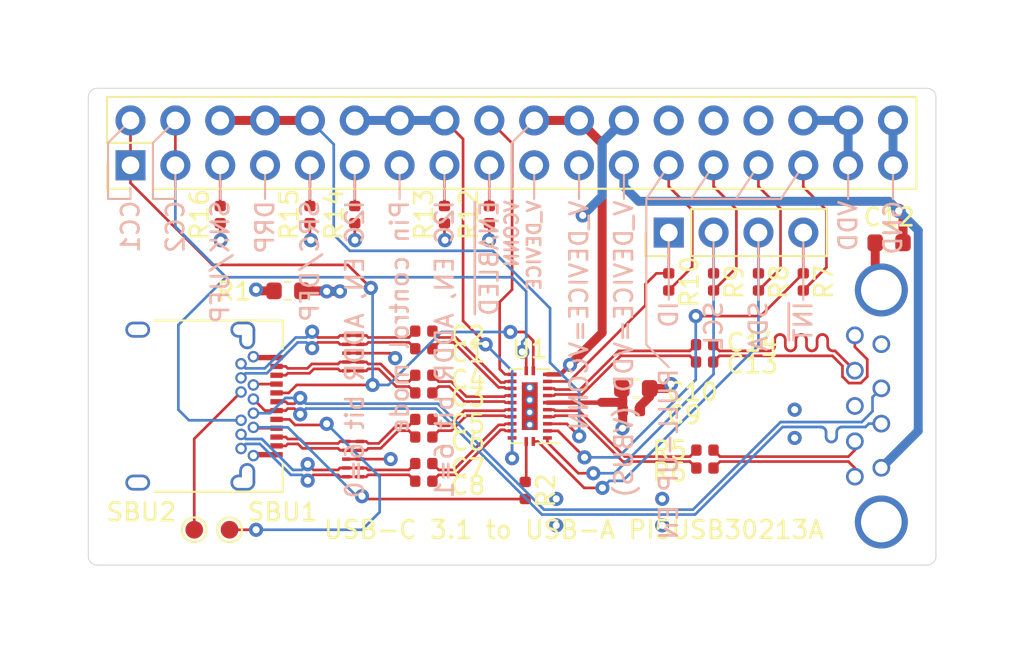
<source format=kicad_pcb>
(kicad_pcb (version 20171130) (host pcbnew 5.1.2)
  (layers (0 F.Cu signal) (1 In1.Cu power) (2 In2.Cu power) (31 B.Cu signal) (34 B.Paste user) (35 F.Paste user) (36 B.SilkS user) (37 F.SilkS user) (38 B.Mask user) (39 F.Mask user) (44 Edge.Cuts user))
  (net 0 "")
  (net 1 /RX1-)
  (net 2 /RX1+)
  (net 3 /TX1-)
  (net 4 /TX1+)
  (net 5 /RX2-)
  (net 6 /RX2+)
  (net 7 /TX2-)
  (net 8 /TX2+)
  (net 9 GND)
  (net 10 /VCONN)
  (net 11 /CC2)
  (net 12 /D-)
  (net 13 /D+)
  (net 14 /CC1)
  (net 15 /ID)
  (net 16 /SCL)
  (net 17 /SDA)
  (net 18 /INTB)
  (net 19 /ENB)
  (net 20 /ADDR)
  (net 21 /PORT)
  (net 22 /V_DEVICE)
  (net 23 "Net-(R2-Pad1)")
  (net 24 /B1-)
  (net 25 /B1+)
  (net 26 /A1-)
  (net 27 /A1+)
  (net 28 /B2-)
  (net 29 /B2+)
  (net 30 /A2-)
  (net 31 /A2+)
  (net 32 "Net-(J5-Pad11)")
  (net 33 "Net-(J5-Pad9)")
  (net 34 "Net-(J5-Pad29)")
  (net 35 "Net-(J5-Pad27)")
  (net 36 "Net-(J5-Pad25)")
  (net 37 "Net-(J5-Pad31)")
  (net 38 "Net-(J5-Pad17)")
  (net 39 "Net-(J5-Pad15)")
  (net 40 "Net-(J5-Pad5)")
  (net 41 /B-)
  (net 42 /SSRX-)
  (net 43 /B+)
  (net 44 /SSRX+)
  (net 45 /SSTX+)
  (net 46 /SSTX-)
  (net 47 /A-)
  (net 48 /A+)
  (net 49 VDD)
  (net 50 VBUS)
  (net 51 "Net-(J1-PadA8)")
  (net 52 "Net-(J1-PadB8)")
  (module TestPoint:TestPoint_Pad_D1.0mm (layer F.Cu) (at 76 107)
    (fp_text reference SBU2 (at -3 -1) (layer F.SilkS))
    (fp_text value TestPoint)
    (pad 1 smd circle (at 0 0) (size 1 1) (layers F.Cu F.Mask) (net 52 "Net-(J1-PadB8)"))
  )
  (module TestPoint:TestPoint_Pad_D1.0mm (layer F.Cu) (at 78 107)
    (fp_text reference SBU1 (at 3 -1) (layer F.SilkS))
    (fp_text value TestPoint)
    (pad 1 smd circle (at 0 0) (size 1 1) (layers F.Cu F.Mask) (net 51 "Net-(J1-PadA8)"))
  )
  (module Connector_PinHeader_2.54mm:PinHeader_2x18_P2.54mm_Vertical (layer F.Cu) (at 72.39 86.36 90)
    (fp_text reference J5 hide)
    (fp_text value 02x18)
    (pad 1 thru_hole rect (at 0 0 90) (size 1.7 1.7) (drill 1) (layers *.Cu *.Mask) (net 14 /CC1))
    (pad 2 thru_hole oval (at 2.54 0 90) (size 1.7 1.7) (drill 1) (layers *.Cu *.Mask) (net 14 /CC1))
    (pad 3 thru_hole oval (at 0 2.54 90) (size 1.7 1.7) (drill 1) (layers *.Cu *.Mask) (net 11 /CC2))
    (pad 4 thru_hole oval (at 2.54 2.54 90) (size 1.7 1.7) (drill 1) (layers *.Cu *.Mask) (net 11 /CC2))
    (pad 5 thru_hole oval (at 0 5.08 90) (size 1.7 1.7) (drill 1) (layers *.Cu *.Mask) (net 40 "Net-(J5-Pad5)"))
    (pad 6 thru_hole oval (at 2.54 5.08 90) (size 1.7 1.7) (drill 1) (layers *.Cu *.Mask) (net 21 /PORT))
    (pad 7 thru_hole oval (at 0 7.62 90) (size 1.7 1.7) (drill 1) (layers *.Cu *.Mask))
    (pad 8 thru_hole oval (at 2.54 7.62 90) (size 1.7 1.7) (drill 1) (layers *.Cu *.Mask) (net 21 /PORT))
    (pad 9 thru_hole oval (at 0 10.16 90) (size 1.7 1.7) (drill 1) (layers *.Cu *.Mask) (net 33 "Net-(J5-Pad9)"))
    (pad 10 thru_hole oval (at 2.54 10.16 90) (size 1.7 1.7) (drill 1) (layers *.Cu *.Mask) (net 21 /PORT))
    (pad 11 thru_hole oval (at 0 12.7 90) (size 1.7 1.7) (drill 1) (layers *.Cu *.Mask) (net 32 "Net-(J5-Pad11)"))
    (pad 12 thru_hole oval (at 2.54 12.7 90) (size 1.7 1.7) (drill 1) (layers *.Cu *.Mask) (net 20 /ADDR))
    (pad 13 thru_hole oval (at 0 15.24 90) (size 1.7 1.7) (drill 1) (layers *.Cu *.Mask))
    (pad 14 thru_hole oval (at 2.54 15.24 90) (size 1.7 1.7) (drill 1) (layers *.Cu *.Mask) (net 20 /ADDR))
    (pad 15 thru_hole oval (at 0 17.78 90) (size 1.7 1.7) (drill 1) (layers *.Cu *.Mask) (net 39 "Net-(J5-Pad15)"))
    (pad 16 thru_hole oval (at 2.54 17.78 90) (size 1.7 1.7) (drill 1) (layers *.Cu *.Mask) (net 20 /ADDR))
    (pad 17 thru_hole oval (at 0 20.32 90) (size 1.7 1.7) (drill 1) (layers *.Cu *.Mask) (net 38 "Net-(J5-Pad17)"))
    (pad 18 thru_hole oval (at 2.54 20.32 90) (size 1.7 1.7) (drill 1) (layers *.Cu *.Mask) (net 19 /ENB))
    (pad 19 thru_hole oval (at 0 22.86 90) (size 1.7 1.7) (drill 1) (layers *.Cu *.Mask) (net 22 /V_DEVICE))
    (pad 20 thru_hole oval (at 2.54 22.86 90) (size 1.7 1.7) (drill 1) (layers *.Cu *.Mask) (net 10 /VCONN))
    (pad 21 thru_hole oval (at 0 25.4 90) (size 1.7 1.7) (drill 1) (layers *.Cu *.Mask) (net 22 /V_DEVICE))
    (pad 22 thru_hole oval (at 2.54 25.4 90) (size 1.7 1.7) (drill 1) (layers *.Cu *.Mask) (net 10 /VCONN))
    (pad 23 thru_hole oval (at 0 27.94 90) (size 1.7 1.7) (drill 1) (layers *.Cu *.Mask) (net 22 /V_DEVICE))
    (pad 24 thru_hole oval (at 2.54 27.94 90) (size 1.7 1.7) (drill 1) (layers *.Cu *.Mask) (net 49 VDD))
    (pad 25 thru_hole oval (at 0 30.48 90) (size 1.7 1.7) (drill 1) (layers *.Cu *.Mask) (net 36 "Net-(J5-Pad25)"))
    (pad 26 thru_hole oval (at 2.54 30.48 90) (size 1.7 1.7) (drill 1) (layers *.Cu *.Mask) (net 49 VDD))
    (pad 27 thru_hole oval (at 0 33.02 90) (size 1.7 1.7) (drill 1) (layers *.Cu *.Mask) (net 35 "Net-(J5-Pad27)"))
    (pad 28 thru_hole oval (at 2.54 33.02 90) (size 1.7 1.7) (drill 1) (layers *.Cu *.Mask) (net 49 VDD))
    (pad 29 thru_hole oval (at 0 35.56 90) (size 1.7 1.7) (drill 1) (layers *.Cu *.Mask) (net 34 "Net-(J5-Pad29)"))
    (pad 30 thru_hole oval (at 2.54 35.56 90) (size 1.7 1.7) (drill 1) (layers *.Cu *.Mask) (net 49 VDD))
    (pad 31 thru_hole oval (at 0 38.1 90) (size 1.7 1.7) (drill 1) (layers *.Cu *.Mask) (net 37 "Net-(J5-Pad31)"))
    (pad 32 thru_hole oval (at 2.54 38.1 90) (size 1.7 1.7) (drill 1) (layers *.Cu *.Mask) (net 49 VDD))
    (pad 33 thru_hole oval (at 0 40.64 90) (size 1.7 1.7) (drill 1) (layers *.Cu *.Mask) (net 49 VDD))
    (pad 34 thru_hole oval (at 2.54 40.64 90) (size 1.7 1.7) (drill 1) (layers *.Cu *.Mask) (net 49 VDD))
    (pad 35 thru_hole oval (at 0 43.18 90) (size 1.7 1.7) (drill 1) (layers *.Cu *.Mask) (net 9 GND))
    (pad 36 thru_hole oval (at 2.54 43.18 90) (size 1.7 1.7) (drill 1) (layers *.Cu *.Mask) (net 9 GND))
  )
  (module USB3_A_Female_Vertical:USB3_A_Female_Vertical (layer F.Cu) (at 114.91 99.99 90)
    (fp_text reference J6 hide)
    (fp_text value USB3_A)
    (pad 9 thru_hole circle (at -4 -1.5 90) (size 1 1) (drill 0.7) (layers *.Cu *.Mask) (net 45 /SSTX+))
    (pad 8 thru_hole circle (at -2 -1.5 90) (size 1 1) (drill 0.7) (layers *.Cu *.Mask) (net 46 /SSTX-))
    (pad 5 thru_hole circle (at 4 -1.5 90) (size 1 1) (drill 0.7) (layers *.Cu *.Mask) (net 42 /SSRX-))
    (pad 6 thru_hole circle (at 2 -1.5 90) (size 1 1) (drill 0.7) (layers *.Cu *.Mask) (net 44 /SSRX+))
    (pad 7 thru_hole circle (at 0 -1.5 90) (size 1 1) (drill 0.7) (layers *.Cu *.Mask) (net 9 GND))
    (pad 4 thru_hole circle (at 3.5 0 90) (size 1 1) (drill 0.7) (layers *.Cu *.Mask) (net 9 GND))
    (pad 3 thru_hole circle (at 1 0 90) (size 1 1) (drill 0.7) (layers *.Cu *.Mask) (net 13 /D+))
    (pad 2 thru_hole circle (at -1 0 90) (size 1 1) (drill 0.7) (layers *.Cu *.Mask) (net 12 /D-))
    (pad 1 thru_hole circle (at -3.5 0 90) (size 1 1) (drill 0.7) (layers *.Cu *.Mask) (net 22 /V_DEVICE))
    (pad 10 thru_hole circle (at 6.57 0 90) (size 3 3) (drill 2.3) (layers *.Cu *.Mask) (net 9 GND))
    (pad 10 thru_hole circle (at -6.57 0 90) (size 3 3) (drill 2.3) (layers *.Cu *.Mask) (net 9 GND))
  )
  (module Resistor_SMD:R_0603_1608Metric (layer F.Cu) (at 81.3055 93.472 180)
    (fp_text reference R1 (at 3.0555 -0.028) (layer F.SilkS))
    (fp_text value 0R)
    (pad 1 smd roundrect (at -0.7875 0 180) (size 0.875 0.95) (layers F.Cu F.Paste F.Mask) (net 49 VDD))
    (pad 2 smd roundrect (at 0.7875 0 180) (size 0.875 0.95) (layers F.Cu F.Paste F.Mask) (net 50 VBUS))
  )
  (module Connector_PinHeader_2.54mm:PinHeader_1x04_P2.54mm_Vertical (layer F.Cu) (at 102.87 90.17 90)
    (fp_text reference J8 hide)
    (fp_text value Conn_IO)
    (pad 4 thru_hole oval (at 0 7.62 90) (size 1.7 1.7) (drill 1) (layers *.Cu *.Mask) (net 18 /INTB))
    (pad 3 thru_hole oval (at 0 5.08 90) (size 1.7 1.7) (drill 1) (layers *.Cu *.Mask) (net 17 /SDA))
    (pad 2 thru_hole oval (at 0 2.54 90) (size 1.7 1.7) (drill 1) (layers *.Cu *.Mask) (net 16 /SCL))
    (pad 1 thru_hole rect (at 0 0 90) (size 1.7 1.7) (drill 1) (layers *.Cu *.Mask) (net 15 /ID))
  )
  (module kilsyth_extra:PI5USB30213A (layer F.Cu) (at 95 100 180)
    (fp_text reference U1 (at 0.004 3.226) (layer F.SilkS))
    (fp_text value PI5USB30213A)
    (pad PAD smd rect (at 0.22 0.225 180) (size 0.3 0.3) (layers F.Cu F.Paste) (net 9 GND))
    (pad PAD smd rect (at 0.22 0.675 180) (size 0.3 0.3) (layers F.Cu F.Paste) (net 9 GND))
    (pad PAD smd rect (at 0.22 -0.225 180) (size 0.3 0.3) (layers F.Cu F.Paste) (net 9 GND))
    (pad PAD smd rect (at 0.22 -1.125 180) (size 0.3 0.3) (layers F.Cu F.Paste) (net 9 GND))
    (pad PAD smd rect (at 0.22 -0.675 180) (size 0.3 0.3) (layers F.Cu F.Paste) (net 9 GND))
    (pad PAD smd rect (at 0.22 1.125 180) (size 0.3 0.3) (layers F.Cu F.Paste) (net 9 GND))
    (pad PAD smd rect (at -0.225 -1.125 180) (size 0.3 0.3) (layers F.Cu F.Paste) (net 9 GND))
    (pad PAD smd rect (at -0.225 -0.675 180) (size 0.3 0.3) (layers F.Cu F.Paste) (net 9 GND))
    (pad PAD smd rect (at -0.225 1.125 180) (size 0.3 0.3) (layers F.Cu F.Paste) (net 9 GND))
    (pad PAD smd rect (at -0.225 0.675 180) (size 0.3 0.3) (layers F.Cu F.Paste) (net 9 GND))
    (pad PAD smd rect (at -0.225 0.225 180) (size 0.3 0.3) (layers F.Cu F.Paste) (net 9 GND))
    (pad PAD smd rect (at -0.225 -0.225 180) (size 0.3 0.3) (layers F.Cu F.Paste) (net 9 GND))
    (pad 23 smd rect (at 0.2 -2 180) (size 0.2 0.5) (layers F.Cu F.Paste F.Mask) (net 23 "Net-(R2-Pad1)"))
    (pad 24 smd rect (at -0.2 -2 180) (size 0.2 0.5) (layers F.Cu F.Paste F.Mask) (net 17 /SDA))
    (pad 13 smd rect (at 1 1.8 180) (size 0.5 0.2) (layers F.Cu F.Paste F.Mask) (net 19 /ENB))
    (pad 14 smd rect (at 1 1.4 180) (size 0.5 0.2) (layers F.Cu F.Paste F.Mask) (net 25 /B1+))
    (pad 18 smd rect (at 1 -0.2 180) (size 0.5 0.2) (layers F.Cu F.Paste F.Mask) (net 28 /B2-))
    (pad 22 smd rect (at 1 -1.8 180) (size 0.5 0.2) (layers F.Cu F.Paste F.Mask) (net 20 /ADDR))
    (pad 21 smd rect (at 1 -1.4 180) (size 0.5 0.2) (layers F.Cu F.Paste F.Mask) (net 31 /A2+))
    (pad 19 smd rect (at 1 -0.6 180) (size 0.5 0.2) (layers F.Cu F.Paste F.Mask) (net 29 /B2+))
    (pad 15 smd rect (at 1 1 180) (size 0.5 0.2) (layers F.Cu F.Paste F.Mask) (net 24 /B1-))
    (pad 17 smd rect (at 1 0.2 180) (size 0.5 0.2) (layers F.Cu F.Paste F.Mask) (net 26 /A1-))
    (pad 20 smd rect (at 1 -1 180) (size 0.5 0.2) (layers F.Cu F.Paste F.Mask) (net 30 /A2-))
    (pad 16 smd rect (at 1 0.6 180) (size 0.5 0.2) (layers F.Cu F.Paste F.Mask) (net 27 /A1+))
    (pad 12 smd rect (at 0.2 2 180) (size 0.2 0.5) (layers F.Cu F.Paste F.Mask) (net 11 /CC2))
    (pad 11 smd rect (at -0.2 2 180) (size 0.2 0.5) (layers F.Cu F.Paste F.Mask) (net 14 /CC1))
    (pad 10 smd rect (at -1 1.8 180) (size 0.5 0.2) (layers F.Cu F.Paste F.Mask) (net 10 /VCONN))
    (pad 9 smd rect (at -1 1.4 180) (size 0.5 0.2) (layers F.Cu F.Paste F.Mask) (net 15 /ID))
    (pad 8 smd rect (at -1 1 180) (size 0.5 0.2) (layers F.Cu F.Paste F.Mask) (net 43 /B+))
    (pad 7 smd rect (at -1 0.6 180) (size 0.5 0.2) (layers F.Cu F.Paste F.Mask) (net 41 /B-))
    (pad 6 smd rect (at -1 0.2 180) (size 0.5 0.2) (layers F.Cu F.Paste F.Mask) (net 49 VDD))
    (pad 5 smd rect (at -1 -0.2 180) (size 0.5 0.2) (layers F.Cu F.Paste F.Mask) (net 47 /A-))
    (pad 4 smd rect (at -1 -0.6 180) (size 0.5 0.2) (layers F.Cu F.Paste F.Mask) (net 48 /A+))
    (pad 3 smd rect (at -1 -1 180) (size 0.5 0.2) (layers F.Cu F.Paste F.Mask) (net 21 /PORT))
    (pad 2 smd rect (at -1 -1.4 180) (size 0.5 0.2) (layers F.Cu F.Paste F.Mask) (net 18 /INTB))
    (pad 1 smd rect (at -1 -1.8 180) (size 0.5 0.2) (layers F.Cu F.Paste F.Mask) (net 16 /SCL))
    (pad PAD thru_hole circle (at 0 1.05 180) (size 0.5 0.5) (drill 0.3) (layers *.Cu *.Mask) (net 9 GND))
    (pad PAD thru_hole circle (at 0 -1.05 180) (size 0.5 0.5) (drill 0.3) (layers *.Cu *.Mask) (net 9 GND))
    (pad PAD thru_hole circle (at 0 -0.35 180) (size 0.5 0.5) (drill 0.3) (layers *.Cu *.Mask) (net 9 GND))
    (pad PAD thru_hole circle (at 0 0.35 180) (size 0.5 0.5) (drill 0.3) (layers *.Cu *.Mask) (net 9 GND))
    (pad PAD smd rect (at 0 0 180) (size 0.9 2.7) (layers F.Cu F.Mask) (net 9 GND))
  )
  (module Resistor_SMD:R_0402_1005Metric (layer F.Cu) (at 77.47 89.154 90)
    (fp_text reference R16 (at 0 -1.17 90) (layer F.SilkS))
    (fp_text value 4K7)
    (pad 2 smd roundrect (at 0.485 0 90) (size 0.59 0.64) (layers F.Cu F.Paste F.Mask) (net 40 "Net-(J5-Pad5)"))
    (pad 1 smd roundrect (at -0.485 0 90) (size 0.59 0.64) (layers F.Cu F.Paste F.Mask) (net 9 GND))
  )
  (module Resistor_SMD:R_0402_1005Metric (layer F.Cu) (at 82.55 89.154 90)
    (fp_text reference R15 (at 0 -1.17 90) (layer F.SilkS))
    (fp_text value 4K7)
    (pad 1 smd roundrect (at -0.485 0 90) (size 0.59 0.64) (layers F.Cu F.Paste F.Mask) (net 49 VDD))
    (pad 2 smd roundrect (at 0.485 0 90) (size 0.59 0.64) (layers F.Cu F.Paste F.Mask) (net 33 "Net-(J5-Pad9)"))
  )
  (module Resistor_SMD:R_0402_1005Metric (layer F.Cu) (at 85.09 89.154 90)
    (fp_text reference R14 (at 0 -1.17 90) (layer F.SilkS))
    (fp_text value 4K7)
    (pad 2 smd roundrect (at 0.485 0 90) (size 0.59 0.64) (layers F.Cu F.Paste F.Mask) (net 32 "Net-(J5-Pad11)"))
    (pad 1 smd roundrect (at -0.485 0 90) (size 0.59 0.64) (layers F.Cu F.Paste F.Mask) (net 9 GND))
  )
  (module Resistor_SMD:R_0402_1005Metric (layer F.Cu) (at 90.17 89.154 90)
    (fp_text reference R13 (at 0 -1.17 90) (layer F.SilkS))
    (fp_text value 4K7)
    (pad 1 smd roundrect (at -0.485 0 90) (size 0.59 0.64) (layers F.Cu F.Paste F.Mask) (net 49 VDD))
    (pad 2 smd roundrect (at 0.485 0 90) (size 0.59 0.64) (layers F.Cu F.Paste F.Mask) (net 39 "Net-(J5-Pad15)"))
  )
  (module Resistor_SMD:R_0402_1005Metric (layer F.Cu) (at 92.71 89.154 90)
    (fp_text reference R12 (at 0 -1.17 90) (layer F.SilkS))
    (fp_text value 1K)
    (pad 1 smd roundrect (at -0.485 0 90) (size 0.59 0.64) (layers F.Cu F.Paste F.Mask) (net 49 VDD))
    (pad 2 smd roundrect (at 0.485 0 90) (size 0.59 0.64) (layers F.Cu F.Paste F.Mask) (net 38 "Net-(J5-Pad17)"))
  )
  (module Resistor_SMD:R_0402_1005Metric (layer F.Cu) (at 102.87 92.964 270)
    (fp_text reference R10 (at 0 -1.17 90) (layer F.SilkS))
    (fp_text value 2.2K)
    (pad 2 smd roundrect (at 0.485 0 270) (size 0.59 0.64) (layers F.Cu F.Paste F.Mask) (net 36 "Net-(J5-Pad25)"))
    (pad 1 smd roundrect (at -0.485 0 270) (size 0.59 0.64) (layers F.Cu F.Paste F.Mask) (net 15 /ID))
  )
  (module Resistor_SMD:R_0402_1005Metric (layer F.Cu) (at 105.41 92.964 270)
    (fp_text reference R9 (at 0 -1.17 90) (layer F.SilkS))
    (fp_text value 2.2K)
    (pad 2 smd roundrect (at 0.485 0 270) (size 0.59 0.64) (layers F.Cu F.Paste F.Mask) (net 35 "Net-(J5-Pad27)"))
    (pad 1 smd roundrect (at -0.485 0 270) (size 0.59 0.64) (layers F.Cu F.Paste F.Mask) (net 16 /SCL))
  )
  (module Resistor_SMD:R_0402_1005Metric (layer F.Cu) (at 107.95 92.964 270)
    (fp_text reference R8 (at 0 -1.17 90) (layer F.SilkS))
    (fp_text value 2.2K)
    (pad 2 smd roundrect (at 0.485 0 270) (size 0.59 0.64) (layers F.Cu F.Paste F.Mask) (net 34 "Net-(J5-Pad29)"))
    (pad 1 smd roundrect (at -0.485 0 270) (size 0.59 0.64) (layers F.Cu F.Paste F.Mask) (net 17 /SDA))
  )
  (module Resistor_SMD:R_0402_1005Metric (layer F.Cu) (at 110.49 92.964 270)
    (fp_text reference R7 (at 0 -1.17 90) (layer F.SilkS))
    (fp_text value 2.2K)
    (pad 2 smd roundrect (at 0.485 0 270) (size 0.59 0.64) (layers F.Cu F.Paste F.Mask) (net 37 "Net-(J5-Pad31)"))
    (pad 1 smd roundrect (at -0.485 0 270) (size 0.59 0.64) (layers F.Cu F.Paste F.Mask) (net 18 /INTB))
  )
  (module Resistor_SMD:R_0402_1005Metric (layer F.Cu) (at 104.92 103.505 180)
    (fp_text reference R6 (at 2 -0.245) (layer F.SilkS))
    (fp_text value 0R)
    (pad 2 smd roundrect (at 0.485 0 180) (size 0.59 0.64) (layers F.Cu F.Paste F.Mask) (net 48 /A+))
    (pad 1 smd roundrect (at -0.485 0 180) (size 0.59 0.64) (layers F.Cu F.Paste F.Mask) (net 45 /SSTX+))
  )
  (module Resistor_SMD:R_0402_1005Metric (layer F.Cu) (at 104.92 102.489 180)
    (fp_text reference R5 (at 2 -0.011) (layer F.SilkS))
    (fp_text value 0R)
    (pad 2 smd roundrect (at 0.485 0 180) (size 0.59 0.64) (layers F.Cu F.Paste F.Mask) (net 47 /A-))
    (pad 1 smd roundrect (at -0.485 0 180) (size 0.59 0.64) (layers F.Cu F.Paste F.Mask) (net 46 /SSTX-))
  )
  (module Resistor_SMD:R_0402_1005Metric (layer F.Cu) (at 94.742 104.775 270)
    (fp_text reference R2 (at 0 -1.17 90) (layer F.SilkS))
    (fp_text value 910K)
    (pad 2 smd roundrect (at 0.485 0 270) (size 0.59 0.64) (layers F.Cu F.Paste F.Mask) (net 50 VBUS))
    (pad 1 smd roundrect (at -0.485 0 270) (size 0.59 0.64) (layers F.Cu F.Paste F.Mask) (net 23 "Net-(R2-Pad1)"))
  )
  (module Capacitor_SMD:C_0402_1005Metric (layer F.Cu) (at 104.902 96.52 180)
    (fp_text reference C14 (at -2.698 0.12) (layer F.SilkS))
    (fp_text value 100n)
    (pad 2 smd roundrect (at 0.485 0 180) (size 0.59 0.64) (layers F.Cu F.Paste F.Mask) (net 43 /B+))
    (pad 1 smd roundrect (at -0.485 0 180) (size 0.59 0.64) (layers F.Cu F.Paste F.Mask) (net 44 /SSRX+))
  )
  (module Capacitor_SMD:C_0402_1005Metric (layer F.Cu) (at 104.902 97.5 180)
    (fp_text reference C13 (at -2.698 -0.13) (layer F.SilkS))
    (fp_text value 100n)
    (pad 2 smd roundrect (at 0.485 0 180) (size 0.59 0.64) (layers F.Cu F.Paste F.Mask) (net 41 /B-))
    (pad 1 smd roundrect (at -0.485 0 180) (size 0.59 0.64) (layers F.Cu F.Paste F.Mask) (net 42 /SSRX-))
  )
  (module Capacitor_SMD:C_0603_1608Metric (layer F.Cu) (at 115.35 90.75 180)
    (fp_text reference C12 (at 0 1.45) (layer F.SilkS))
    (fp_text value 4.7u)
    (pad 2 smd roundrect (at 0.7875 0 180) (size 0.875 0.95) (layers F.Cu F.Paste F.Mask) (net 9 GND))
    (pad 1 smd roundrect (at -0.7875 0 180) (size 0.875 0.95) (layers F.Cu F.Paste F.Mask) (net 22 /V_DEVICE))
  )
  (module Capacitor_SMD:C_0603_1608Metric (layer F.Cu) (at 101 99)
    (fp_text reference C10 (at 3.2 0.2) (layer F.SilkS))
    (fp_text value 4.7u)
    (pad 2 smd roundrect (at 0.7875 0) (size 0.875 0.95) (layers F.Cu F.Paste F.Mask) (net 9 GND))
    (pad 1 smd roundrect (at -0.7875 0) (size 0.875 0.95) (layers F.Cu F.Paste F.Mask) (net 49 VDD))
  )
  (module Capacitor_SMD:C_0402_1005Metric (layer F.Cu) (at 100.75 100.25)
    (fp_text reference C9 (at 3 0.25) (layer F.SilkS))
    (fp_text value 100n)
    (pad 2 smd roundrect (at 0.485 0) (size 0.59 0.64) (layers F.Cu F.Paste F.Mask) (net 9 GND))
    (pad 1 smd roundrect (at -0.485 0) (size 0.59 0.64) (layers F.Cu F.Paste F.Mask) (net 49 VDD))
  )
  (module Capacitor_SMD:C_0402_1005Metric (layer F.Cu) (at 89 104.25 180)
    (fp_text reference C8 (at -2.5 -0.25) (layer F.SilkS))
    (fp_text value 100n)
    (pad 2 smd roundrect (at 0.485 0 180) (size 0.59 0.64) (layers F.Cu F.Paste F.Mask) (net 8 /TX2+))
    (pad 1 smd roundrect (at -0.485 0 180) (size 0.59 0.64) (layers F.Cu F.Paste F.Mask) (net 31 /A2+))
  )
  (module Capacitor_SMD:C_0402_1005Metric (layer F.Cu) (at 89 103.25 180)
    (fp_text reference C7 (at -2.5 -0.25) (layer F.SilkS))
    (fp_text value 100n)
    (pad 2 smd roundrect (at 0.485 0 180) (size 0.59 0.64) (layers F.Cu F.Paste F.Mask) (net 7 /TX2-))
    (pad 1 smd roundrect (at -0.485 0 180) (size 0.59 0.64) (layers F.Cu F.Paste F.Mask) (net 30 /A2-))
  )
  (module Capacitor_SMD:C_0402_1005Metric (layer F.Cu) (at 89 101.75 180)
    (fp_text reference C6 (at -2.5 -0.25) (layer F.SilkS))
    (fp_text value 100n)
    (pad 2 smd roundrect (at 0.485 0 180) (size 0.59 0.64) (layers F.Cu F.Paste F.Mask) (net 6 /RX2+))
    (pad 1 smd roundrect (at -0.485 0 180) (size 0.59 0.64) (layers F.Cu F.Paste F.Mask) (net 29 /B2+))
  )
  (module Capacitor_SMD:C_0402_1005Metric (layer F.Cu) (at 89 100.75 180)
    (fp_text reference C5 (at -2.5 -0.25) (layer F.SilkS))
    (fp_text value 100n)
    (pad 2 smd roundrect (at 0.485 0 180) (size 0.59 0.64) (layers F.Cu F.Paste F.Mask) (net 5 /RX2-))
    (pad 1 smd roundrect (at -0.485 0 180) (size 0.59 0.64) (layers F.Cu F.Paste F.Mask) (net 28 /B2-))
  )
  (module Capacitor_SMD:C_0402_1005Metric (layer F.Cu) (at 89 98.25 180)
    (fp_text reference C4 (at -2.5 -0.25) (layer F.SilkS))
    (fp_text value 100n)
    (pad 2 smd roundrect (at 0.485 0 180) (size 0.59 0.64) (layers F.Cu F.Paste F.Mask) (net 4 /TX1+))
    (pad 1 smd roundrect (at -0.485 0 180) (size 0.59 0.64) (layers F.Cu F.Paste F.Mask) (net 27 /A1+))
  )
  (module Capacitor_SMD:C_0402_1005Metric (layer F.Cu) (at 89 99.25 180)
    (fp_text reference C3 (at -2.5 -0.25) (layer F.SilkS))
    (fp_text value 100n)
    (pad 2 smd roundrect (at 0.485 0 180) (size 0.59 0.64) (layers F.Cu F.Paste F.Mask) (net 3 /TX1-))
    (pad 1 smd roundrect (at -0.485 0 180) (size 0.59 0.64) (layers F.Cu F.Paste F.Mask) (net 26 /A1-))
  )
  (module Capacitor_SMD:C_0402_1005Metric (layer F.Cu) (at 89 95.75 180)
    (fp_text reference C2 (at -2.5 -0.25) (layer F.SilkS))
    (fp_text value 100n)
    (pad 2 smd roundrect (at 0.485 0 180) (size 0.59 0.64) (layers F.Cu F.Paste F.Mask) (net 2 /RX1+))
    (pad 1 smd roundrect (at -0.485 0 180) (size 0.59 0.64) (layers F.Cu F.Paste F.Mask) (net 25 /B1+))
  )
  (module Capacitor_SMD:C_0402_1005Metric (layer F.Cu) (at 89 96.75 180)
    (fp_text reference C1 (at -2.5 -0.25) (layer F.SilkS))
    (fp_text value 100n)
    (pad 2 smd roundrect (at 0.485 0 180) (size 0.59 0.64) (layers F.Cu F.Paste F.Mask) (net 1 /RX1-))
    (pad 1 smd roundrect (at -0.485 0 180) (size 0.59 0.64) (layers F.Cu F.Paste F.Mask) (net 24 /B1-))
  )
  (module PUSB3FR4Z:PUSB3FR4Z (layer F.Cu) (at 85 103 90)
    (fp_text reference J4)
    (fp_text value PUSB3FR4Z)
    (pad 1 smd rect (at -1 -0.3875 90) (size 0.2 0.475) (layers F.Cu F.Paste F.Mask) (net 8 /TX2+))
    (pad 2 smd rect (at -0.5 -0.3875 90) (size 0.2 0.475) (layers F.Cu F.Paste F.Mask) (net 7 /TX2-))
    (pad 10 smd rect (at -1 0.3875 90) (size 0.2 0.475) (layers F.Cu F.Paste F.Mask) (net 8 /TX2+))
    (pad 9 smd rect (at -0.5 0.3875 90) (size 0.2 0.475) (layers F.Cu F.Paste F.Mask) (net 7 /TX2-))
    (pad 6 smd rect (at 1 0.3875 90) (size 0.2 0.475) (layers F.Cu F.Paste F.Mask) (net 5 /RX2-))
    (pad 7 smd rect (at 0.5 0.3875 90) (size 0.2 0.475) (layers F.Cu F.Paste F.Mask) (net 6 /RX2+))
    (pad 5 smd rect (at 1 -0.3875 90) (size 0.2 0.475) (layers F.Cu F.Paste F.Mask) (net 5 /RX2-))
    (pad 4 smd rect (at 0.5 -0.3875 90) (size 0.2 0.475) (layers F.Cu F.Paste F.Mask) (net 6 /RX2+))
    (pad 3 smd rect (at 0 -0.3875 90) (size 0.2 0.475) (layers F.Cu F.Paste F.Mask) (net 9 GND))
    (pad 8 smd rect (at 0 0.3875 90) (size 0.2 0.475) (layers F.Cu F.Paste F.Mask) (net 9 GND))
  )
  (module PUSB3FR4Z:PUSB3FR4Z (layer F.Cu) (at 85 97 90)
    (fp_text reference J2)
    (fp_text value PUSB3FR4Z)
    (pad 1 smd rect (at -1 -0.3875 90) (size 0.2 0.475) (layers F.Cu F.Paste F.Mask) (net 3 /TX1-))
    (pad 2 smd rect (at -0.5 -0.3875 90) (size 0.2 0.475) (layers F.Cu F.Paste F.Mask) (net 4 /TX1+))
    (pad 10 smd rect (at -1 0.3875 90) (size 0.2 0.475) (layers F.Cu F.Paste F.Mask) (net 3 /TX1-))
    (pad 9 smd rect (at -0.5 0.3875 90) (size 0.2 0.475) (layers F.Cu F.Paste F.Mask) (net 4 /TX1+))
    (pad 6 smd rect (at 1 0.3875 90) (size 0.2 0.475) (layers F.Cu F.Paste F.Mask) (net 2 /RX1+))
    (pad 7 smd rect (at 0.5 0.3875 90) (size 0.2 0.475) (layers F.Cu F.Paste F.Mask) (net 1 /RX1-))
    (pad 5 smd rect (at 1 -0.3875 90) (size 0.2 0.475) (layers F.Cu F.Paste F.Mask) (net 2 /RX1+))
    (pad 4 smd rect (at 0.5 -0.3875 90) (size 0.2 0.475) (layers F.Cu F.Paste F.Mask) (net 1 /RX1-))
    (pad 3 smd rect (at 0 -0.3875 90) (size 0.2 0.475) (layers F.Cu F.Paste F.Mask) (net 9 GND))
    (pad 8 smd rect (at 0 0.3875 90) (size 0.2 0.475) (layers F.Cu F.Paste F.Mask) (net 9 GND))
  )
  (module kilsyth_extra:USB_C_Receptacle_CUI_UJ31-CH-31-SMT-TR (layer F.Cu) (at 80 100 270)
    (fp_text reference J1 hide)
    (fp_text value USB_C_Receptacle)
    (pad S1 thru_hole oval (at -4.33 1.25 270) (size 0.9 1.4) (drill oval 0.6 1.1) (layers *.Cu *.Mask) (net 9 GND))
    (pad A1 smd rect (at -2.75 -0.66 270) (size 0.3 0.7) (layers F.Cu F.Paste F.Mask) (net 9 GND))
    (pad A2 smd rect (at -2.25 -0.66 270) (size 0.3 0.7) (layers F.Cu F.Paste F.Mask) (net 4 /TX1+))
    (pad A3 smd rect (at -1.75 -0.66 270) (size 0.3 0.7) (layers F.Cu F.Paste F.Mask) (net 3 /TX1-))
    (pad A4 smd rect (at -1.25 -0.66 270) (size 0.3 0.7) (layers F.Cu F.Paste F.Mask) (net 50 VBUS))
    (pad A5 smd rect (at -0.75 -0.66 270) (size 0.3 0.7) (layers F.Cu F.Paste F.Mask) (net 14 /CC1))
    (pad A6 smd rect (at -0.25 -0.66 270) (size 0.3 0.7) (layers F.Cu F.Paste F.Mask) (net 13 /D+))
    (pad A7 smd rect (at 0.25 -0.66 270) (size 0.3 0.7) (layers F.Cu F.Paste F.Mask) (net 12 /D-))
    (pad A12 smd rect (at 2.75 -0.66 270) (size 0.3 0.7) (layers F.Cu F.Paste F.Mask) (net 9 GND))
    (pad A10 smd rect (at 1.75 -0.66 270) (size 0.3 0.7) (layers F.Cu F.Paste F.Mask) (net 5 /RX2-))
    (pad A9 smd rect (at 1.25 -0.66 270) (size 0.3 0.7) (layers F.Cu F.Paste F.Mask) (net 50 VBUS))
    (pad A8 smd rect (at 0.75 -0.66 270) (size 0.3 0.7) (layers F.Cu F.Paste F.Mask) (net 51 "Net-(J1-PadA8)"))
    (pad A11 smd rect (at 2.25 -0.66 270) (size 0.3 0.7) (layers F.Cu F.Paste F.Mask) (net 6 /RX2+))
    (pad S1 thru_hole oval (at 4.33 1.25 270) (size 0.9 1.4) (drill oval 0.6 1.1) (layers *.Cu *.Mask) (net 9 GND))
    (pad S1 thru_hole oval (at 4.33 7.2 270) (size 0.9 1.4) (drill oval 0.6 1.1) (layers *.Cu *.Mask) (net 9 GND))
    (pad S1 thru_hole oval (at -4.33 7.2 270) (size 0.9 1.4) (drill oval 0.6 1.1) (layers *.Cu *.Mask) (net 9 GND))
    (pad "" np_thru_hole oval (at 3.6 0 270) (size 1.15 0.85) (drill oval 1.15 0.85) (layers *.Cu *.Mask))
    (pad "" np_thru_hole circle (at -3.6 0 270) (size 0.85 0.85) (drill 0.85) (layers *.Cu *.Mask))
    (pad B1 thru_hole circle (at 2.8 0.65 270) (size 0.65 0.65) (drill 0.4) (layers *.Cu *.Mask) (net 9 GND))
    (pad B4 thru_hole circle (at 1.2 0.65 270) (size 0.65 0.65) (drill 0.4) (layers *.Cu *.Mask) (net 50 VBUS))
    (pad B6 thru_hole circle (at 0.4 0.65 270) (size 0.65 0.65) (drill 0.4) (layers *.Cu *.Mask) (net 13 /D+))
    (pad B7 thru_hole circle (at -0.4 0.65 270) (size 0.65 0.65) (drill 0.4) (layers *.Cu *.Mask) (net 12 /D-))
    (pad B9 thru_hole circle (at -1.2 0.65 270) (size 0.65 0.65) (drill 0.4) (layers *.Cu *.Mask) (net 50 VBUS))
    (pad B12 thru_hole circle (at -2.8 0.65 270) (size 0.65 0.65) (drill 0.4) (layers *.Cu *.Mask) (net 9 GND))
    (pad B2 thru_hole circle (at 2.4 1.35 270) (size 0.65 0.65) (drill 0.4) (layers *.Cu *.Mask) (net 8 /TX2+))
    (pad B3 thru_hole circle (at 1.6 1.35 270) (size 0.65 0.65) (drill 0.4) (layers *.Cu *.Mask) (net 7 /TX2-))
    (pad B5 thru_hole circle (at 0.8 1.35 270) (size 0.65 0.65) (drill 0.4) (layers *.Cu *.Mask) (net 11 /CC2))
    (pad B8 thru_hole circle (at -0.8 1.35 270) (size 0.65 0.65) (drill 0.4) (layers *.Cu *.Mask) (net 52 "Net-(J1-PadB8)"))
    (pad B10 thru_hole circle (at -1.6 1.35 270) (size 0.65 0.65) (drill 0.4) (layers *.Cu *.Mask) (net 1 /RX1-))
    (pad B11 thru_hole circle (at -2.4 1.35 270) (size 0.65 0.65) (drill 0.4) (layers *.Cu *.Mask) (net 2 /RX1+))
    (pad S1 thru_hole oval (at 4 1 270) (size 1.55 0.9) (drill oval 1.25 0.6) (layers *.Cu *.Mask) (net 9 GND))
    (pad S1 thru_hole oval (at -4 1 270) (size 1.55 0.9) (drill oval 1.25 0.6) (layers *.Cu *.Mask) (net 9 GND))
  )
  (gr_arc (start 117.5 82.5) (end 118 82.5) (angle -90) (layer Edge.Cuts) (width 0.05))
  (gr_arc (start 117.5 108.5) (end 117.5 109) (angle -90) (layer Edge.Cuts) (width 0.05))
  (gr_arc (start 70.5 108.5) (end 70 108.5) (angle -90) (layer Edge.Cuts) (width 0.05))
  (gr_arc (start 70.5 82.5) (end 70.5 82) (angle -90) (layer Edge.Cuts) (width 0.05))
  (gr_text "USB-C 3.1 to USB-A PI5USB30213A" (at 97.5 107) (layer F.SilkS) (effects (font (size 1 1))))
  (gr_line (start 115.57 86.36) (end 115.57 88.265) (layer B.SilkS) (width 0.12))
  (gr_text GND (at 115.57 88.265 90) (layer B.SilkS) (effects (font (size 1 1)) (justify left mirror)))
  (gr_line (start 113.03 86.36) (end 113.03 88.265) (layer B.SilkS) (width 0.12))
  (gr_text VDD (at 113.03 88.265 90) (layer B.SilkS) (effects (font (size 1 1)) (justify left mirror)))
  (gr_line (start 101.6 88.265) (end 101.6 88.9) (layer B.SilkS) (width 0.12))
  (gr_line (start 109.22 88.265) (end 101.6 88.265) (layer B.SilkS) (width 0.12))
  (gr_line (start 102.87 86.36) (end 101.6 88.265) (layer B.SilkS) (width 0.12))
  (gr_line (start 105.41 86.36) (end 104.14 88.265) (layer B.SilkS) (width 0.12))
  (gr_line (start 110.49 86.36) (end 109.22 88.265) (layer B.SilkS) (width 0.12))
  (gr_line (start 107.95 86.36) (end 106.68 88.265) (layer B.SilkS) (width 0.12))
  (gr_text "PULL-UP EN" (at 102.87 97.79 90) (layer B.SilkS) (effects (font (size 1 1)) (justify left mirror)))
  (gr_line (start 101.6 96.52) (end 102.87 97.79) (layer B.SilkS) (width 0.12))
  (gr_line (start 101.6 88.9) (end 101.6 96.52) (layer B.SilkS) (width 0.12))
  (gr_text ~INT~ (at 110.49 93.98 90) (layer B.SilkS) (effects (font (size 1 1)) (justify left mirror)))
  (gr_text SDA (at 107.95 93.98 90) (layer B.SilkS) (effects (font (size 1 1)) (justify left mirror)))
  (gr_text SCL (at 105.41 93.98 90) (layer B.SilkS) (effects (font (size 1 1)) (justify left mirror)))
  (gr_text ID (at 102.87 93.98 90) (layer B.SilkS) (effects (font (size 1 1)) (justify left mirror)))
  (gr_line (start 110.49 90.17) (end 110.49 93.98) (layer B.SilkS) (width 0.12))
  (gr_line (start 107.95 90.17) (end 107.95 93.98) (layer B.SilkS) (width 0.12))
  (gr_line (start 105.41 90.17) (end 105.41 93.98) (layer B.SilkS) (width 0.12))
  (gr_line (start 102.87 90.17) (end 102.87 93.98) (layer B.SilkS) (width 0.12))
  (gr_text VCONN (at 93.98 88.265 90) (layer B.SilkS) (effects (font (size 0.75 0.75)) (justify left mirror)))
  (gr_line (start 93.98 85.09) (end 93.98 88.265) (layer B.SilkS) (width 0.12))
  (gr_line (start 95.25 83.82) (end 93.98 85.09) (layer B.SilkS) (width 0.12))
  (gr_text "V_DEVICE=VDD (VBUS)" (at 100.33 88.265 90) (layer B.SilkS) (effects (font (size 1 1)) (justify left mirror)))
  (gr_text V_DEVICE=VCONN (at 97.79 88.265 90) (layer B.SilkS) (effects (font (size 1 1)) (justify left mirror)))
  (gr_text V_DEVICE (at 95.25 88.265 90) (layer B.SilkS) (effects (font (size 0.75 0.75)) (justify left mirror)))
  (gr_text ~ENABLED~ (at 92.71 88.265 90) (layer B.SilkS) (effects (font (size 1 1)) (justify left mirror)))
  (gr_text "I2C EN, ADDR bit 6=1" (at 90.17 88.265 90) (layer B.SilkS) (effects (font (size 1 1)) (justify left mirror)))
  (gr_text "Pin control mode" (at 87.63 88.265 90) (layer B.SilkS) (effects (font (size 1 1)) (justify left mirror)))
  (gr_text "I2C EN, ADDR bit 6=0" (at 85.09 88.265 90) (layer B.SilkS) (effects (font (size 1 1)) (justify left mirror)))
  (gr_text SRC/DFP (at 82.55 88.265 90) (layer B.SilkS) (effects (font (size 1 1)) (justify left mirror)))
  (gr_text DRP (at 80.01 88.265 90) (layer B.SilkS) (effects (font (size 1 1)) (justify left mirror)))
  (gr_line (start 100.33 86.36) (end 100.33 88.265) (layer B.SilkS) (width 0.12))
  (gr_line (start 97.79 86.36) (end 97.79 88.265) (layer B.SilkS) (width 0.12))
  (gr_line (start 95.25 86.36) (end 95.25 88.265) (layer B.SilkS) (width 0.12))
  (gr_line (start 92.71 86.36) (end 92.71 88.265) (layer B.SilkS) (width 0.12))
  (gr_line (start 90.17 86.36) (end 90.17 88.265) (layer B.SilkS) (width 0.12))
  (gr_line (start 87.63 86.36) (end 87.63 88.265) (layer B.SilkS) (width 0.12))
  (gr_line (start 85.09 86.36) (end 85.09 88.265) (layer B.SilkS) (width 0.12))
  (gr_line (start 82.55 86.36) (end 82.55 88.265) (layer B.SilkS) (width 0.12))
  (gr_line (start 80.01 86.36) (end 80.01 88.265) (layer B.SilkS) (width 0.12))
  (gr_text SNK/UFP (at 77.47 88.265 90) (layer B.SilkS) (effects (font (size 1 1)) (justify left mirror)))
  (gr_text CC2 (at 74.93 88.265 90) (layer B.SilkS) (effects (font (size 1 1)) (justify left mirror)))
  (gr_line (start 77.47 86.36) (end 77.47 88.265) (layer B.SilkS) (width 0.12))
  (gr_line (start 73.66 88.265) (end 74.93 88.265) (layer B.SilkS) (width 0.12))
  (gr_line (start 73.66 85.09) (end 73.66 88.265) (layer B.SilkS) (width 0.12))
  (gr_line (start 74.93 83.82) (end 73.66 85.09) (layer B.SilkS) (width 0.12))
  (gr_line (start 74.93 86.36) (end 74.93 88.265) (layer B.SilkS) (width 0.12))
  (gr_line (start 71.12 88.265) (end 72.39 88.265) (layer B.SilkS) (width 0.12))
  (gr_line (start 71.12 85.09) (end 71.12 88.265) (layer B.SilkS) (width 0.12))
  (gr_line (start 72.39 83.82) (end 71.12 85.09) (layer B.SilkS) (width 0.12))
  (gr_line (start 72.39 87.63) (end 72.39 88.265) (layer B.SilkS) (width 0.12))
  (gr_text CC1 (at 72.39 88.265 90) (layer B.SilkS) (effects (font (size 1 1)) (justify left mirror)))
  (gr_line (start 70 82.5) (end 70 108.5) (layer Edge.Cuts) (width 0.05))
  (gr_line (start 117.5 82) (end 70.5 82) (layer Edge.Cuts) (width 0.05))
  (gr_line (start 118 108.5) (end 118 82.5) (layer Edge.Cuts) (width 0.05))
  (gr_line (start 70.5 109) (end 117.5 109) (layer Edge.Cuts) (width 0.05))
  (segment (start 88.515 96.75) (end 88.1547 96.3897) (width 0.1524) (layer F.Cu) (net 1))
  (segment (start 85.743751 96.5) (end 85.3875 96.5) (width 0.1524) (layer F.Cu) (net 1))
  (segment (start 85.854051 96.3897) (end 85.743751 96.5) (width 0.1524) (layer F.Cu) (net 1))
  (segment (start 88.1547 96.3897) (end 85.854051 96.3897) (width 0.1524) (layer F.Cu) (net 1))
  (segment (start 84.6125 96.5) (end 85.3875 96.5) (width 0.1524) (layer F.Cu) (net 1))
  (segment (start 84.145949 96.3897) (end 83.0008 96.3897) (width 0.1524) (layer F.Cu) (net 1))
  (segment (start 84.256249 96.5) (end 84.145949 96.3897) (width 0.1524) (layer F.Cu) (net 1))
  (segment (start 83.0008 96.3897) (end 82.677 96.7135) (width 0.1524) (layer F.Cu) (net 1))
  (segment (start 84.6125 96.5) (end 84.256249 96.5) (width 0.1524) (layer F.Cu) (net 1))
  (via (at 82.677 96.7135) (size 0.8) (drill 0.4) (layers F.Cu B.Cu) (net 1))
  (segment (start 82.3532 96.3897) (end 81.861866 96.3897) (width 0.1524) (layer B.Cu) (net 1))
  (segment (start 82.677 96.7135) (end 82.3532 96.3897) (width 0.1524) (layer B.Cu) (net 1))
  (segment (start 80.111866 98.1397) (end 78.9103 98.1397) (width 0.1524) (layer B.Cu) (net 1))
  (segment (start 78.9103 98.1397) (end 78.65 98.4) (width 0.1524) (layer B.Cu) (net 1))
  (segment (start 81.861866 96.3897) (end 80.111866 98.1397) (width 0.1524) (layer B.Cu) (net 1))
  (segment (start 88.515 95.75) (end 88.1547 96.1103) (width 0.1524) (layer F.Cu) (net 2))
  (segment (start 85.743751 96) (end 85.3875 96) (width 0.1524) (layer F.Cu) (net 2))
  (segment (start 88.1547 96.1103) (end 85.854051 96.1103) (width 0.1524) (layer F.Cu) (net 2))
  (segment (start 85.854051 96.1103) (end 85.743751 96) (width 0.1524) (layer F.Cu) (net 2))
  (segment (start 84.6125 96) (end 85.3875 96) (width 0.1524) (layer F.Cu) (net 2))
  (segment (start 84.145949 96.1103) (end 83.0008 96.1103) (width 0.1524) (layer F.Cu) (net 2))
  (via (at 82.677 95.7865) (size 0.8) (drill 0.4) (layers F.Cu B.Cu) (net 2))
  (segment (start 84.6125 96) (end 84.256249 96) (width 0.1524) (layer F.Cu) (net 2))
  (segment (start 84.256249 96) (end 84.145949 96.1103) (width 0.1524) (layer F.Cu) (net 2))
  (segment (start 83.0008 96.1103) (end 82.677 95.7865) (width 0.1524) (layer F.Cu) (net 2))
  (segment (start 82.677 95.7865) (end 82.3532 96.1103) (width 0.1524) (layer B.Cu) (net 2))
  (segment (start 82.3532 96.1103) (end 81.746134 96.1103) (width 0.1524) (layer B.Cu) (net 2))
  (segment (start 78.9103 97.8603) (end 78.65 97.6) (width 0.1524) (layer B.Cu) (net 2))
  (segment (start 81.746134 96.1103) (end 79.996134 97.8603) (width 0.1524) (layer B.Cu) (net 2))
  (segment (start 79.996134 97.8603) (end 78.9103 97.8603) (width 0.1524) (layer B.Cu) (net 2))
  (segment (start 88.515 99.25) (end 88.1547 98.8897) (width 0.1524) (layer F.Cu) (net 3))
  (segment (start 88.1547 98.8897) (end 87.442134 98.8897) (width 0.1524) (layer F.Cu) (net 3))
  (segment (start 85.743751 98) (end 85.3875 98) (width 0.1524) (layer F.Cu) (net 3))
  (segment (start 85.854051 97.8897) (end 85.743751 98) (width 0.1524) (layer F.Cu) (net 3))
  (segment (start 87.442134 98.8897) (end 86.442134 97.8897) (width 0.1524) (layer F.Cu) (net 3))
  (segment (start 86.442134 97.8897) (end 85.854051 97.8897) (width 0.1524) (layer F.Cu) (net 3))
  (segment (start 84.6125 98) (end 85.3875 98) (width 0.1524) (layer F.Cu) (net 3))
  (segment (start 81.295301 98.1397) (end 82.524866 98.1397) (width 0.1524) (layer F.Cu) (net 3))
  (segment (start 81.185001 98.25) (end 81.295301 98.1397) (width 0.1524) (layer F.Cu) (net 3))
  (segment (start 80.66 98.25) (end 81.185001 98.25) (width 0.1524) (layer F.Cu) (net 3))
  (segment (start 84.256249 98) (end 84.6125 98) (width 0.1524) (layer F.Cu) (net 3))
  (segment (start 84.145949 97.8897) (end 84.256249 98) (width 0.1524) (layer F.Cu) (net 3))
  (segment (start 82.524866 98.1397) (end 82.774866 97.8897) (width 0.1524) (layer F.Cu) (net 3))
  (segment (start 82.774866 97.8897) (end 84.145949 97.8897) (width 0.1524) (layer F.Cu) (net 3))
  (segment (start 88.515 98.25) (end 88.1547 98.6103) (width 0.1524) (layer F.Cu) (net 4))
  (segment (start 88.1547 98.6103) (end 87.557866 98.6103) (width 0.1524) (layer F.Cu) (net 4))
  (segment (start 86.557866 97.6103) (end 85.854051 97.6103) (width 0.1524) (layer F.Cu) (net 4))
  (segment (start 87.557866 98.6103) (end 86.557866 97.6103) (width 0.1524) (layer F.Cu) (net 4))
  (segment (start 85.743751 97.5) (end 85.3875 97.5) (width 0.1524) (layer F.Cu) (net 4))
  (segment (start 85.854051 97.6103) (end 85.743751 97.5) (width 0.1524) (layer F.Cu) (net 4))
  (segment (start 84.6125 97.5) (end 85.3875 97.5) (width 0.1524) (layer F.Cu) (net 4))
  (segment (start 81.295301 97.8603) (end 82.409134 97.8603) (width 0.1524) (layer F.Cu) (net 4))
  (segment (start 80.66 97.75) (end 81.185001 97.75) (width 0.1524) (layer F.Cu) (net 4))
  (segment (start 81.185001 97.75) (end 81.295301 97.8603) (width 0.1524) (layer F.Cu) (net 4))
  (segment (start 82.659134 97.6103) (end 84.145949 97.6103) (width 0.1524) (layer F.Cu) (net 4))
  (segment (start 82.409134 97.8603) (end 82.659134 97.6103) (width 0.1524) (layer F.Cu) (net 4))
  (segment (start 84.256249 97.5) (end 84.6125 97.5) (width 0.1524) (layer F.Cu) (net 4))
  (segment (start 84.145949 97.6103) (end 84.256249 97.5) (width 0.1524) (layer F.Cu) (net 4))
  (segment (start 88.515 100.75) (end 88.1547 101.1103) (width 0.1524) (layer F.Cu) (net 5))
  (segment (start 88.1547 101.1103) (end 87.442134 101.1103) (width 0.1524) (layer F.Cu) (net 5))
  (segment (start 85.743751 102) (end 85.3875 102) (width 0.1524) (layer F.Cu) (net 5))
  (segment (start 85.854051 102.1103) (end 85.743751 102) (width 0.1524) (layer F.Cu) (net 5))
  (segment (start 87.442134 101.1103) (end 86.442134 102.1103) (width 0.1524) (layer F.Cu) (net 5))
  (segment (start 86.442134 102.1103) (end 85.854051 102.1103) (width 0.1524) (layer F.Cu) (net 5))
  (segment (start 84.145949 102.1103) (end 82.241866 102.1103) (width 0.1524) (layer F.Cu) (net 5))
  (segment (start 84.6125 102) (end 84.256249 102) (width 0.1524) (layer F.Cu) (net 5))
  (segment (start 84.256249 102) (end 84.145949 102.1103) (width 0.1524) (layer F.Cu) (net 5))
  (segment (start 81.295301 101.8603) (end 81.185001 101.75) (width 0.1524) (layer F.Cu) (net 5))
  (segment (start 81.991866 101.8603) (end 81.295301 101.8603) (width 0.1524) (layer F.Cu) (net 5))
  (segment (start 81.185001 101.75) (end 80.66 101.75) (width 0.1524) (layer F.Cu) (net 5))
  (segment (start 82.241866 102.1103) (end 81.991866 101.8603) (width 0.1524) (layer F.Cu) (net 5))
  (segment (start 84.6125 102) (end 85.3875 102) (width 0.1524) (layer F.Cu) (net 5))
  (segment (start 88.515 101.75) (end 88.1547 101.3897) (width 0.1524) (layer F.Cu) (net 6))
  (segment (start 88.1547 101.3897) (end 87.557866 101.3897) (width 0.1524) (layer F.Cu) (net 6))
  (segment (start 86.557866 102.3897) (end 85.854051 102.3897) (width 0.1524) (layer F.Cu) (net 6))
  (segment (start 87.557866 101.3897) (end 86.557866 102.3897) (width 0.1524) (layer F.Cu) (net 6))
  (segment (start 85.854051 102.3897) (end 85.743751 102.5) (width 0.1524) (layer F.Cu) (net 6))
  (segment (start 85.743751 102.5) (end 85.3875 102.5) (width 0.1524) (layer F.Cu) (net 6))
  (segment (start 84.145949 102.3897) (end 82.126134 102.3897) (width 0.1524) (layer F.Cu) (net 6))
  (segment (start 84.6125 102.5) (end 84.256249 102.5) (width 0.1524) (layer F.Cu) (net 6))
  (segment (start 84.256249 102.5) (end 84.145949 102.3897) (width 0.1524) (layer F.Cu) (net 6))
  (segment (start 81.876134 102.1397) (end 81.295301 102.1397) (width 0.1524) (layer F.Cu) (net 6))
  (segment (start 82.126134 102.3897) (end 81.876134 102.1397) (width 0.1524) (layer F.Cu) (net 6))
  (segment (start 81.185001 102.25) (end 80.66 102.25) (width 0.1524) (layer F.Cu) (net 6))
  (segment (start 81.295301 102.1397) (end 81.185001 102.25) (width 0.1524) (layer F.Cu) (net 6))
  (segment (start 84.6125 102.5) (end 85.3875 102.5) (width 0.1524) (layer F.Cu) (net 6))
  (segment (start 88.515 103.25) (end 88.1547 103.6103) (width 0.1524) (layer F.Cu) (net 7))
  (segment (start 85.854051 103.6103) (end 85.743751 103.5) (width 0.1524) (layer F.Cu) (net 7))
  (segment (start 88.1547 103.6103) (end 85.854051 103.6103) (width 0.1524) (layer F.Cu) (net 7))
  (segment (start 85.743751 103.5) (end 85.3875 103.5) (width 0.1524) (layer F.Cu) (net 7))
  (segment (start 82.7468 103.6103) (end 82.423 103.2865) (width 0.1524) (layer F.Cu) (net 7))
  (segment (start 84.256249 103.5) (end 84.145949 103.6103) (width 0.1524) (layer F.Cu) (net 7))
  (segment (start 84.6125 103.5) (end 84.256249 103.5) (width 0.1524) (layer F.Cu) (net 7))
  (via (at 82.423 103.2865) (size 0.8) (drill 0.4) (layers F.Cu B.Cu) (net 7))
  (segment (start 84.145949 103.6103) (end 82.7468 103.6103) (width 0.1524) (layer F.Cu) (net 7))
  (segment (start 82.0992 103.6103) (end 81.582866 103.6103) (width 0.1524) (layer B.Cu) (net 7))
  (segment (start 82.423 103.2865) (end 82.0992 103.6103) (width 0.1524) (layer B.Cu) (net 7))
  (segment (start 78.9103 101.8603) (end 78.65 101.6) (width 0.1524) (layer B.Cu) (net 7))
  (segment (start 79.832866 101.8603) (end 78.9103 101.8603) (width 0.1524) (layer B.Cu) (net 7))
  (segment (start 81.582866 103.6103) (end 79.832866 101.8603) (width 0.1524) (layer B.Cu) (net 7))
  (segment (start 84.6125 103.5) (end 85.3875 103.5) (width 0.1524) (layer F.Cu) (net 7))
  (segment (start 88.515 104.25) (end 88.1547 103.8897) (width 0.1524) (layer F.Cu) (net 8))
  (segment (start 85.743751 104) (end 85.3875 104) (width 0.1524) (layer F.Cu) (net 8))
  (segment (start 88.1547 103.8897) (end 85.854051 103.8897) (width 0.1524) (layer F.Cu) (net 8))
  (segment (start 85.854051 103.8897) (end 85.743751 104) (width 0.1524) (layer F.Cu) (net 8))
  (via (at 82.423 104.2135) (size 0.8) (drill 0.4) (layers F.Cu B.Cu) (net 8))
  (segment (start 84.6125 104) (end 84.256249 104) (width 0.1524) (layer F.Cu) (net 8))
  (segment (start 84.256249 104) (end 84.145949 103.8897) (width 0.1524) (layer F.Cu) (net 8))
  (segment (start 84.145949 103.8897) (end 82.7468 103.8897) (width 0.1524) (layer F.Cu) (net 8))
  (segment (start 82.7468 103.8897) (end 82.423 104.2135) (width 0.1524) (layer F.Cu) (net 8))
  (segment (start 82.423 104.2135) (end 82.0992 103.8897) (width 0.1524) (layer B.Cu) (net 8))
  (segment (start 82.0992 103.8897) (end 81.467134 103.8897) (width 0.1524) (layer B.Cu) (net 8))
  (segment (start 78.9103 102.1397) (end 78.65 102.4) (width 0.1524) (layer B.Cu) (net 8))
  (segment (start 81.467134 103.8897) (end 79.717134 102.1397) (width 0.1524) (layer B.Cu) (net 8))
  (segment (start 79.717134 102.1397) (end 78.9103 102.1397) (width 0.1524) (layer B.Cu) (net 8))
  (segment (start 84.6125 104) (end 85.3875 104) (width 0.1524) (layer F.Cu) (net 8))
  (segment (start 84.6125 103) (end 85.3875 103) (width 0.1524) (layer F.Cu) (net 9))
  (via (at 87.122 102.997) (size 0.8) (drill 0.4) (layers F.Cu B.Cu) (net 9))
  (segment (start 85.3875 103) (end 87.119 103) (width 0.1524) (layer F.Cu) (net 9))
  (segment (start 87.119 103) (end 87.122 102.997) (width 0.1524) (layer F.Cu) (net 9))
  (segment (start 84.6125 97) (end 85.3875 97) (width 0.1524) (layer F.Cu) (net 9))
  (via (at 87.376 97.282) (size 0.8) (drill 0.4) (layers F.Cu B.Cu) (net 9))
  (segment (start 85.3875 97) (end 87.094 97) (width 0.1524) (layer F.Cu) (net 9))
  (segment (start 87.094 97) (end 87.376 97.282) (width 0.1524) (layer F.Cu) (net 9))
  (via (at 85.1 90.6) (size 0.8) (drill 0.4) (layers F.Cu B.Cu) (net 9))
  (segment (start 85.09 89.639) (end 85.09 90.59) (width 0.1524) (layer F.Cu) (net 9))
  (segment (start 85.09 90.59) (end 85.1 90.6) (width 0.1524) (layer F.Cu) (net 9))
  (via (at 77.5 90.6) (size 0.8) (drill 0.4) (layers F.Cu B.Cu) (net 9))
  (segment (start 77.47 89.639) (end 77.47 90.57) (width 0.1524) (layer F.Cu) (net 9))
  (segment (start 77.47 90.57) (end 77.5 90.6) (width 0.1524) (layer F.Cu) (net 9))
  (segment (start 79.4 97.25) (end 79.35 97.2) (width 0.3048) (layer F.Cu) (net 9))
  (segment (start 80.66 97.25) (end 79.4 97.25) (width 0.3048) (layer F.Cu) (net 9))
  (segment (start 115.57 83.82) (end 115.57 86.36) (width 0.508) (layer B.Cu) (net 9))
  (via (at 103 98.75) (size 0.8) (drill 0.4) (layers F.Cu B.Cu) (net 9))
  (segment (start 101.7875 99) (end 102.75 99) (width 0.508) (layer F.Cu) (net 9))
  (segment (start 102.75 99) (end 103 98.75) (width 0.508) (layer F.Cu) (net 9))
  (segment (start 101.235 100.25) (end 101.235 100.015) (width 0.508) (layer F.Cu) (net 9))
  (segment (start 101.7875 99.4625) (end 101.7875 99) (width 0.508) (layer F.Cu) (net 9))
  (segment (start 101.235 100.015) (end 101.7875 99.4625) (width 0.508) (layer F.Cu) (net 9))
  (segment (start 114.5625 93.0725) (end 114.91 93.42) (width 0.508) (layer F.Cu) (net 9))
  (segment (start 114.5625 90.75) (end 114.5625 93.0725) (width 0.508) (layer F.Cu) (net 9))
  (via (at 102.5 105.25) (size 0.8) (drill 0.4) (layers F.Cu B.Cu) (net 9))
  (via (at 102.5 106.75) (size 0.8) (drill 0.4) (layers F.Cu B.Cu) (net 9))
  (via (at 96.5 105.25) (size 0.8) (drill 0.4) (layers F.Cu B.Cu) (net 9))
  (via (at 96.5 106.75) (size 0.8) (drill 0.4) (layers F.Cu B.Cu) (net 9))
  (via (at 110 100.2) (size 0.8) (drill 0.4) (layers F.Cu B.Cu) (net 9))
  (via (at 110 101.8) (size 0.8) (drill 0.4) (layers F.Cu B.Cu) (net 9))
  (segment (start 79.40441 102.74559) (end 79.35 102.8) (width 0.3048) (layer F.Cu) (net 9))
  (segment (start 80.65559 102.74559) (end 79.40441 102.74559) (width 0.3048) (layer F.Cu) (net 9))
  (segment (start 80.66 102.75) (end 80.65559 102.74559) (width 0.3048) (layer F.Cu) (net 9))
  (via (at 97.282 97.663) (size 0.8) (drill 0.4) (layers F.Cu B.Cu) (net 10))
  (segment (start 96 98.2) (end 96.745 98.2) (width 0.254) (layer F.Cu) (net 10))
  (segment (start 96.745 98.2) (end 97.282 97.663) (width 0.254) (layer F.Cu) (net 10))
  (segment (start 95.25 83.82) (end 97.79 83.82) (width 0.508) (layer F.Cu) (net 10))
  (segment (start 99.098999 85.128999) (end 97.79 83.82) (width 0.508) (layer F.Cu) (net 10))
  (segment (start 97.282 97.663) (end 99.098999 95.846001) (width 0.508) (layer F.Cu) (net 10))
  (segment (start 99.098999 95.846001) (end 99.098999 85.128999) (width 0.508) (layer F.Cu) (net 10))
  (via (at 94.573473 96.926527) (size 0.8) (drill 0.4) (layers F.Cu B.Cu) (net 11))
  (segment (start 94.8 97.153054) (end 94.573473 96.926527) (width 0.1524) (layer F.Cu) (net 11))
  (segment (start 94.8 98) (end 94.8 97.153054) (width 0.1524) (layer F.Cu) (net 11))
  (segment (start 75.7 100.8) (end 75.1 100.2) (width 0.1524) (layer B.Cu) (net 11))
  (segment (start 78.65 100.8) (end 75.7 100.8) (width 0.1524) (layer B.Cu) (net 11))
  (segment (start 75.1 100.2) (end 75.1 95.4) (width 0.1524) (layer B.Cu) (net 11))
  (segment (start 75.1 95.4) (end 77.8 92.7) (width 0.1524) (layer B.Cu) (net 11))
  (segment (start 74.93 83.82) (end 74.93 86.36) (width 0.1524) (layer F.Cu) (net 11))
  (segment (start 74.93 89.83) (end 77.8 92.7) (width 0.1524) (layer B.Cu) (net 11))
  (segment (start 74.93 86.36) (end 74.93 89.83) (width 0.1524) (layer B.Cu) (net 11))
  (segment (start 94.573473 96.360842) (end 94.573473 96.926527) (width 0.1524) (layer B.Cu) (net 11))
  (segment (start 94.8 96.134315) (end 94.573473 96.360842) (width 0.1524) (layer B.Cu) (net 11))
  (segment (start 94.8 93.500001) (end 94.8 96.134315) (width 0.1524) (layer B.Cu) (net 11))
  (segment (start 77.8 92.7) (end 93.999999 92.7) (width 0.1524) (layer B.Cu) (net 11))
  (segment (start 93.999999 92.7) (end 94.8 93.500001) (width 0.1524) (layer B.Cu) (net 11))
  (segment (start 80 100.25) (end 80.66 100.25) (width 0.1524) (layer F.Cu) (net 12))
  (segment (start 79.35 99.6) (end 80 100.25) (width 0.1524) (layer F.Cu) (net 12))
  (segment (start 81.185001 100.25) (end 81.295301 100.1397) (width 0.1524) (layer F.Cu) (net 12))
  (segment (start 81.295301 100.1397) (end 81.676702 100.1397) (width 0.1524) (layer F.Cu) (net 12))
  (segment (start 80.66 100.25) (end 81.185001 100.25) (width 0.1524) (layer F.Cu) (net 12))
  (segment (start 81.676702 100.1397) (end 82.000502 100.4635) (width 0.1524) (layer F.Cu) (net 12))
  (via (at 82.000502 100.4635) (size 0.8) (drill 0.4) (layers F.Cu B.Cu) (net 12))
  (segment (start 114.202894 100.99) (end 114.91 100.99) (width 0.1524) (layer B.Cu) (net 12))
  (segment (start 112.679411 101.179411) (end 114.013483 101.179411) (width 0.1524) (layer B.Cu) (net 12))
  (segment (start 112.612654 101.186933) (end 112.679411 101.179411) (width 0.1524) (layer B.Cu) (net 12))
  (segment (start 114.013483 101.179411) (end 114.202894 100.99) (width 0.1524) (layer B.Cu) (net 12))
  (segment (start 112.549245 101.209121) (end 112.612654 101.186933) (width 0.1524) (layer B.Cu) (net 12))
  (segment (start 112.492364 101.244862) (end 112.549245 101.209121) (width 0.1524) (layer B.Cu) (net 12))
  (segment (start 112.379411 101.729581) (end 112.379411 101.479411) (width 0.1524) (layer B.Cu) (net 12))
  (segment (start 112.371889 101.796338) (end 112.379411 101.729581) (width 0.1524) (layer B.Cu) (net 12))
  (segment (start 111.609576 101.209121) (end 111.666457 101.244862) (width 0.1524) (layer B.Cu) (net 12))
  (segment (start 112.444861 101.292365) (end 112.492364 101.244862) (width 0.1524) (layer B.Cu) (net 12))
  (segment (start 95.692134 106.1397) (end 104.357866 106.1397) (width 0.1524) (layer B.Cu) (net 12))
  (segment (start 111.71396 101.292365) (end 111.749701 101.349246) (width 0.1524) (layer B.Cu) (net 12))
  (segment (start 111.844861 101.916628) (end 111.892364 101.964131) (width 0.1524) (layer B.Cu) (net 12))
  (segment (start 111.779411 101.729581) (end 111.786932 101.796338) (width 0.1524) (layer B.Cu) (net 12))
  (segment (start 111.80912 101.859747) (end 111.844861 101.916628) (width 0.1524) (layer B.Cu) (net 12))
  (segment (start 112.31396 101.916628) (end 112.349701 101.859747) (width 0.1524) (layer B.Cu) (net 12))
  (segment (start 112.012654 102.02206) (end 112.079411 102.029581) (width 0.1524) (layer B.Cu) (net 12))
  (segment (start 112.40912 101.349246) (end 112.444861 101.292365) (width 0.1524) (layer B.Cu) (net 12))
  (segment (start 112.386932 101.412655) (end 112.40912 101.349246) (width 0.1524) (layer B.Cu) (net 12))
  (segment (start 109.318155 101.179411) (end 111.479411 101.179411) (width 0.1524) (layer B.Cu) (net 12))
  (segment (start 112.209576 101.999872) (end 112.266457 101.964131) (width 0.1524) (layer B.Cu) (net 12))
  (segment (start 111.546167 101.186933) (end 111.609576 101.209121) (width 0.1524) (layer B.Cu) (net 12))
  (segment (start 104.357866 106.1397) (end 109.318155 101.179411) (width 0.1524) (layer B.Cu) (net 12))
  (segment (start 89.692134 100.1397) (end 95.692134 106.1397) (width 0.1524) (layer B.Cu) (net 12))
  (segment (start 111.666457 101.244862) (end 111.71396 101.292365) (width 0.1524) (layer B.Cu) (net 12))
  (segment (start 82.324302 100.1397) (end 89.692134 100.1397) (width 0.1524) (layer B.Cu) (net 12))
  (segment (start 111.779411 101.479411) (end 111.779411 101.729581) (width 0.1524) (layer B.Cu) (net 12))
  (segment (start 82.000502 100.4635) (end 82.324302 100.1397) (width 0.1524) (layer B.Cu) (net 12))
  (segment (start 111.771889 101.412655) (end 111.779411 101.479411) (width 0.1524) (layer B.Cu) (net 12))
  (segment (start 111.786932 101.796338) (end 111.80912 101.859747) (width 0.1524) (layer B.Cu) (net 12))
  (segment (start 111.892364 101.964131) (end 111.949245 101.999872) (width 0.1524) (layer B.Cu) (net 12))
  (segment (start 111.479411 101.179411) (end 111.546167 101.186933) (width 0.1524) (layer B.Cu) (net 12))
  (segment (start 111.749701 101.349246) (end 111.771889 101.412655) (width 0.1524) (layer B.Cu) (net 12))
  (segment (start 112.349701 101.859747) (end 112.371889 101.796338) (width 0.1524) (layer B.Cu) (net 12))
  (segment (start 111.949245 101.999872) (end 112.012654 102.02206) (width 0.1524) (layer B.Cu) (net 12))
  (segment (start 112.079411 102.029581) (end 112.146167 102.02206) (width 0.1524) (layer B.Cu) (net 12))
  (segment (start 112.379411 101.479411) (end 112.386932 101.412655) (width 0.1524) (layer B.Cu) (net 12))
  (segment (start 112.146167 102.02206) (end 112.209576 101.999872) (width 0.1524) (layer B.Cu) (net 12))
  (segment (start 112.266457 101.964131) (end 112.31396 101.916628) (width 0.1524) (layer B.Cu) (net 12))
  (via (at 82.000502 99.5365) (size 0.8) (drill 0.4) (layers F.Cu B.Cu) (net 13))
  (segment (start 80.66 99.75) (end 81.185001 99.75) (width 0.1524) (layer F.Cu) (net 13))
  (segment (start 81.185001 99.75) (end 81.295301 99.8603) (width 0.1524) (layer F.Cu) (net 13))
  (segment (start 81.295301 99.8603) (end 81.676702 99.8603) (width 0.1524) (layer F.Cu) (net 13))
  (segment (start 81.676702 99.8603) (end 82.000502 99.5365) (width 0.1524) (layer F.Cu) (net 13))
  (segment (start 81.1635 99.5365) (end 82.000502 99.5365) (width 0.1524) (layer B.Cu) (net 13))
  (segment (start 79.35 100.4) (end 80.3 100.4) (width 0.1524) (layer B.Cu) (net 13))
  (segment (start 80.3 100.4) (end 81.1635 99.5365) (width 0.1524) (layer B.Cu) (net 13))
  (segment (start 114.410001 100.289999) (end 114.410001 99.489999) (width 0.1524) (layer B.Cu) (net 13))
  (segment (start 104.242134 105.8603) (end 109.202433 100.900001) (width 0.1524) (layer B.Cu) (net 13))
  (segment (start 82.000502 99.5365) (end 82.324302 99.8603) (width 0.1524) (layer B.Cu) (net 13))
  (segment (start 82.324302 99.8603) (end 89.807866 99.8603) (width 0.1524) (layer B.Cu) (net 13))
  (segment (start 113.799999 100.900001) (end 114.410001 100.289999) (width 0.1524) (layer B.Cu) (net 13))
  (segment (start 89.807866 99.8603) (end 95.807866 105.8603) (width 0.1524) (layer B.Cu) (net 13))
  (segment (start 95.807866 105.8603) (end 104.242134 105.8603) (width 0.1524) (layer B.Cu) (net 13))
  (segment (start 114.410001 99.489999) (end 114.91 98.99) (width 0.1524) (layer B.Cu) (net 13))
  (segment (start 109.202433 100.900001) (end 113.799999 100.900001) (width 0.1524) (layer B.Cu) (net 13))
  (via (at 93.899998 95.8) (size 0.8) (drill 0.4) (layers F.Cu B.Cu) (net 14))
  (segment (start 94.7 95.8) (end 93.899998 95.8) (width 0.1524) (layer F.Cu) (net 14))
  (segment (start 95.2 98) (end 95.2 96.3) (width 0.1524) (layer F.Cu) (net 14))
  (segment (start 95.2 96.3) (end 94.7 95.8) (width 0.1524) (layer F.Cu) (net 14))
  (via (at 86.1 98.799996) (size 0.8) (drill 0.4) (layers F.Cu B.Cu) (net 14))
  (segment (start 85.534315 98.799996) (end 86.1 98.799996) (width 0.1524) (layer F.Cu) (net 14))
  (segment (start 81.800004 98.799996) (end 85.534315 98.799996) (width 0.1524) (layer F.Cu) (net 14))
  (segment (start 80.66 99.25) (end 81.35 99.25) (width 0.1524) (layer F.Cu) (net 14))
  (segment (start 81.35 99.25) (end 81.800004 98.799996) (width 0.1524) (layer F.Cu) (net 14))
  (segment (start 72.39 86.36) (end 72.39 83.82) (width 0.1524) (layer F.Cu) (net 14))
  (segment (start 72.39 86.36) (end 72.39 87.3624) (width 0.1524) (layer F.Cu) (net 14))
  (segment (start 77.0276 92) (end 84.6968 92) (width 0.1524) (layer F.Cu) (net 14))
  (segment (start 86.1 98.799996) (end 86.1 93.4032) (width 0.1524) (layer B.Cu) (net 14))
  (segment (start 72.39 87.3624) (end 77.0276 92) (width 0.1524) (layer F.Cu) (net 14))
  (via (at 86 93.3032) (size 0.8) (drill 0.4) (layers F.Cu B.Cu) (net 14))
  (segment (start 84.6968 92) (end 85.600001 92.903201) (width 0.1524) (layer F.Cu) (net 14))
  (segment (start 86.1 93.4032) (end 86 93.3032) (width 0.1524) (layer B.Cu) (net 14))
  (segment (start 85.600001 92.903201) (end 86 93.3032) (width 0.1524) (layer F.Cu) (net 14))
  (segment (start 86.665685 98.799996) (end 86.1 98.799996) (width 0.1524) (layer B.Cu) (net 14))
  (segment (start 87.000004 98.799996) (end 86.665685 98.799996) (width 0.1524) (layer B.Cu) (net 14))
  (segment (start 93.899998 95.8) (end 90 95.8) (width 0.1524) (layer B.Cu) (net 14))
  (segment (start 90 95.8) (end 87.000004 98.799996) (width 0.1524) (layer B.Cu) (net 14))
  (segment (start 102.87 92.479) (end 102.87 90.17) (width 0.1524) (layer F.Cu) (net 15))
  (segment (start 101.55 93.1) (end 102.171 92.479) (width 0.1524) (layer F.Cu) (net 15))
  (segment (start 101.55 94.287738) (end 101.55 93.1) (width 0.1524) (layer F.Cu) (net 15))
  (segment (start 102.171 92.479) (end 102.87 92.479) (width 0.1524) (layer F.Cu) (net 15))
  (segment (start 96 98.6) (end 97.237738 98.6) (width 0.1524) (layer F.Cu) (net 15))
  (segment (start 97.237738 98.6) (end 101.55 94.287738) (width 0.1524) (layer F.Cu) (net 15))
  (via (at 98.6 103.8) (size 0.8) (drill 0.4) (layers F.Cu B.Cu) (net 16))
  (segment (start 98.034315 103.8) (end 98.6 103.8) (width 0.1524) (layer F.Cu) (net 16))
  (segment (start 96 102.0524) (end 97.7476 103.8) (width 0.1524) (layer F.Cu) (net 16))
  (segment (start 96 101.8) (end 96 102.0524) (width 0.1524) (layer F.Cu) (net 16))
  (segment (start 97.7476 103.8) (end 98.034315 103.8) (width 0.1524) (layer F.Cu) (net 16))
  (segment (start 105.41 91.372081) (end 105.41 92.479) (width 0.1524) (layer F.Cu) (net 16))
  (segment (start 105.41 90.17) (end 105.41 91.372081) (width 0.1524) (layer F.Cu) (net 16))
  (segment (start 99.165685 103.8) (end 98.6 103.8) (width 0.1524) (layer B.Cu) (net 16))
  (segment (start 99.8 103.8) (end 99.165685 103.8) (width 0.1524) (layer B.Cu) (net 16))
  (segment (start 105.41 90.17) (end 105.41 98.19) (width 0.1524) (layer B.Cu) (net 16))
  (segment (start 105.41 98.19) (end 99.8 103.8) (width 0.1524) (layer B.Cu) (net 16))
  (segment (start 95.4524 102) (end 98.081544 104.629144) (width 0.1524) (layer F.Cu) (net 17))
  (segment (start 95.2 102) (end 95.4524 102) (width 0.1524) (layer F.Cu) (net 17))
  (via (at 99.114572 104.629144) (size 0.8) (drill 0.4) (layers F.Cu B.Cu) (net 17))
  (segment (start 98.548887 104.629144) (end 99.114572 104.629144) (width 0.1524) (layer F.Cu) (net 17))
  (segment (start 98.081544 104.629144) (end 98.548887 104.629144) (width 0.1524) (layer F.Cu) (net 17))
  (segment (start 107.95 91.372081) (end 107.95 92.479) (width 0.1524) (layer F.Cu) (net 17))
  (segment (start 107.95 90.17) (end 107.95 91.372081) (width 0.1524) (layer F.Cu) (net 17))
  (segment (start 99.514571 104.229145) (end 99.114572 104.629144) (width 0.1524) (layer B.Cu) (net 17))
  (segment (start 100.270855 104.229145) (end 99.514571 104.229145) (width 0.1524) (layer B.Cu) (net 17))
  (segment (start 107.95 90.17) (end 107.95 96.55) (width 0.1524) (layer B.Cu) (net 17))
  (segment (start 107.95 96.55) (end 100.270855 104.229145) (width 0.1524) (layer B.Cu) (net 17))
  (via (at 104.4 94.9) (size 0.8) (drill 0.4) (layers F.Cu B.Cu) (net 18))
  (segment (start 108.069 94.9) (end 110.49 92.479) (width 0.1524) (layer F.Cu) (net 18))
  (segment (start 104.4 94.9) (end 108.069 94.9) (width 0.1524) (layer F.Cu) (net 18))
  (segment (start 97.700001 102.500001) (end 98.1 102.9) (width 0.1524) (layer F.Cu) (net 18))
  (via (at 98.1 102.9) (size 0.8) (drill 0.4) (layers F.Cu B.Cu) (net 18))
  (segment (start 96 101.4) (end 96.6 101.4) (width 0.1524) (layer F.Cu) (net 18))
  (segment (start 96.6 101.4) (end 97.700001 102.500001) (width 0.1524) (layer F.Cu) (net 18))
  (segment (start 110.49 91.372081) (end 110.49 92.479) (width 0.1524) (layer F.Cu) (net 18))
  (segment (start 110.49 90.17) (end 110.49 91.372081) (width 0.1524) (layer F.Cu) (net 18))
  (segment (start 100 102.9) (end 98.1 102.9) (width 0.1524) (layer B.Cu) (net 18))
  (segment (start 104.4 94.9) (end 104.4 98.5) (width 0.1524) (layer B.Cu) (net 18))
  (segment (start 104.4 98.5) (end 100 102.9) (width 0.1524) (layer B.Cu) (net 18))
  (segment (start 93.559999 84.669999) (end 92.71 83.82) (width 0.1524) (layer F.Cu) (net 19))
  (segment (start 93.6 98.2) (end 93.296797 97.896797) (width 0.1524) (layer F.Cu) (net 19))
  (segment (start 94 98.2) (end 93.6 98.2) (width 0.1524) (layer F.Cu) (net 19))
  (segment (start 93.296797 97.896797) (end 93.296797 94.103203) (width 0.1524) (layer F.Cu) (net 19))
  (segment (start 93.296797 94.103203) (end 94 93.4) (width 0.1524) (layer F.Cu) (net 19))
  (segment (start 94 85.11) (end 93.559999 84.669999) (width 0.1524) (layer F.Cu) (net 19))
  (segment (start 94 93.4) (end 94 85.11) (width 0.1524) (layer F.Cu) (net 19))
  (segment (start 85.09 83.82) (end 90.17 83.82) (width 0.508) (layer B.Cu) (net 20))
  (via (at 94 102.95) (size 0.8) (drill 0.4) (layers F.Cu B.Cu) (net 20))
  (segment (start 94 101.8) (end 94 102.95) (width 0.1524) (layer F.Cu) (net 20))
  (via (at 92.5 96.5) (size 0.8) (drill 0.4) (layers F.Cu B.Cu) (net 20))
  (segment (start 94 102.95) (end 94 98) (width 0.1524) (layer B.Cu) (net 20))
  (segment (start 94 98) (end 92.5 96.5) (width 0.1524) (layer B.Cu) (net 20))
  (segment (start 91.223201 84.873201) (end 91.019999 84.669999) (width 0.1524) (layer F.Cu) (net 20))
  (segment (start 91.223201 95.173201) (end 91.223201 84.873201) (width 0.1524) (layer F.Cu) (net 20))
  (segment (start 91.019999 84.669999) (end 90.17 83.82) (width 0.1524) (layer F.Cu) (net 20))
  (segment (start 92.5 96.5) (end 92.5 96.45) (width 0.1524) (layer F.Cu) (net 20))
  (segment (start 92.5 96.45) (end 91.223201 95.173201) (width 0.1524) (layer F.Cu) (net 20))
  (segment (start 96 101) (end 97.1 101) (width 0.1524) (layer F.Cu) (net 21))
  (via (at 97.8 101.7) (size 0.8) (drill 0.4) (layers F.Cu B.Cu) (net 21))
  (segment (start 97.1 101) (end 97.8 101.7) (width 0.1524) (layer F.Cu) (net 21))
  (segment (start 77.47 83.82) (end 82.55 83.82) (width 0.508) (layer F.Cu) (net 21))
  (segment (start 83.9 90.292738) (end 83.9 85.17) (width 0.1524) (layer B.Cu) (net 21))
  (segment (start 83.9 85.17) (end 82.55 83.82) (width 0.1524) (layer B.Cu) (net 21))
  (segment (start 97.8 99.189381) (end 96.15 97.539381) (width 0.1524) (layer B.Cu) (net 21))
  (segment (start 97.8 101.7) (end 97.8 99.189381) (width 0.1524) (layer B.Cu) (net 21))
  (segment (start 92.898346 91.203201) (end 84.810463 91.203201) (width 0.1524) (layer B.Cu) (net 21))
  (segment (start 96.15 97.539381) (end 96.15 94.454855) (width 0.1524) (layer B.Cu) (net 21))
  (segment (start 96.15 94.454855) (end 92.898346 91.203201) (width 0.1524) (layer B.Cu) (net 21))
  (segment (start 84.810463 91.203201) (end 83.9 90.292738) (width 0.1524) (layer B.Cu) (net 21))
  (via (at 115.888999 88.938999) (size 0.8) (drill 0.4) (layers F.Cu B.Cu) (net 22))
  (segment (start 116.1375 90.75) (end 116.1375 89.1875) (width 0.508) (layer F.Cu) (net 22))
  (segment (start 116.1375 89.1875) (end 115.888999 88.938999) (width 0.508) (layer F.Cu) (net 22))
  (segment (start 100.33 86.36) (end 100.33 87.562081) (width 0.508) (layer B.Cu) (net 22))
  (segment (start 115.35 88.4) (end 115.888999 88.938999) (width 0.508) (layer B.Cu) (net 22))
  (segment (start 101.167919 88.4) (end 115.35 88.4) (width 0.508) (layer B.Cu) (net 22))
  (segment (start 100.33 87.562081) (end 101.167919 88.4) (width 0.508) (layer B.Cu) (net 22))
  (segment (start 116.999999 90.049999) (end 115.888999 88.938999) (width 0.508) (layer B.Cu) (net 22))
  (segment (start 114.91 103.49) (end 116.999999 101.400001) (width 0.508) (layer B.Cu) (net 22))
  (segment (start 116.999999 101.400001) (end 116.999999 90.049999) (width 0.508) (layer B.Cu) (net 22))
  (segment (start 94.8 104.232) (end 94.742 104.29) (width 0.1524) (layer F.Cu) (net 23))
  (segment (start 94.8 102) (end 94.8 104.232) (width 0.1524) (layer F.Cu) (net 23))
  (segment (start 93.624999 99) (end 93.564699 98.9397) (width 0.1524) (layer F.Cu) (net 24))
  (segment (start 94 99) (end 93.624999 99) (width 0.1524) (layer F.Cu) (net 24))
  (segment (start 93.564699 98.9397) (end 93.242134 98.9397) (width 0.1524) (layer F.Cu) (net 24))
  (segment (start 89.8453 96.3897) (end 89.485 96.75) (width 0.1524) (layer F.Cu) (net 24))
  (segment (start 90.692134 96.3897) (end 89.8453 96.3897) (width 0.1524) (layer F.Cu) (net 24))
  (segment (start 93.242134 98.9397) (end 90.692134 96.3897) (width 0.1524) (layer F.Cu) (net 24))
  (segment (start 94 98.6) (end 93.624999 98.6) (width 0.1524) (layer F.Cu) (net 25))
  (segment (start 93.624999 98.6) (end 93.564699 98.6603) (width 0.1524) (layer F.Cu) (net 25))
  (segment (start 93.564699 98.6603) (end 93.357866 98.6603) (width 0.1524) (layer F.Cu) (net 25))
  (segment (start 89.8453 96.1103) (end 89.485 95.75) (width 0.1524) (layer F.Cu) (net 25))
  (segment (start 93.357866 98.6603) (end 90.807866 96.1103) (width 0.1524) (layer F.Cu) (net 25))
  (segment (start 90.807866 96.1103) (end 89.8453 96.1103) (width 0.1524) (layer F.Cu) (net 25))
  (segment (start 93.624999 99.8) (end 93.564699 99.7397) (width 0.1524) (layer F.Cu) (net 26))
  (segment (start 94 99.8) (end 93.624999 99.8) (width 0.1524) (layer F.Cu) (net 26))
  (segment (start 93.564699 99.7397) (end 91.292134 99.7397) (width 0.1524) (layer F.Cu) (net 26))
  (segment (start 89.8453 98.8897) (end 89.485 99.25) (width 0.1524) (layer F.Cu) (net 26))
  (segment (start 90.442134 98.8897) (end 89.8453 98.8897) (width 0.1524) (layer F.Cu) (net 26))
  (segment (start 91.292134 99.7397) (end 90.442134 98.8897) (width 0.1524) (layer F.Cu) (net 26))
  (segment (start 93.564699 99.4603) (end 91.407866 99.4603) (width 0.1524) (layer F.Cu) (net 27))
  (segment (start 94 99.4) (end 93.624999 99.4) (width 0.1524) (layer F.Cu) (net 27))
  (segment (start 93.624999 99.4) (end 93.564699 99.4603) (width 0.1524) (layer F.Cu) (net 27))
  (segment (start 89.8453 98.6103) (end 89.485 98.25) (width 0.1524) (layer F.Cu) (net 27))
  (segment (start 91.407866 99.4603) (end 90.557866 98.6103) (width 0.1524) (layer F.Cu) (net 27))
  (segment (start 90.557866 98.6103) (end 89.8453 98.6103) (width 0.1524) (layer F.Cu) (net 27))
  (segment (start 93.624999 100.2) (end 93.564699 100.2603) (width 0.1524) (layer F.Cu) (net 28))
  (segment (start 94 100.2) (end 93.624999 100.2) (width 0.1524) (layer F.Cu) (net 28))
  (segment (start 93.564699 100.2603) (end 91.292134 100.2603) (width 0.1524) (layer F.Cu) (net 28))
  (segment (start 89.8453 101.1103) (end 89.485 100.75) (width 0.1524) (layer F.Cu) (net 28))
  (segment (start 90.442134 101.1103) (end 89.8453 101.1103) (width 0.1524) (layer F.Cu) (net 28))
  (segment (start 91.292134 100.2603) (end 90.442134 101.1103) (width 0.1524) (layer F.Cu) (net 28))
  (segment (start 93.564699 100.5397) (end 91.407866 100.5397) (width 0.1524) (layer F.Cu) (net 29))
  (segment (start 94 100.6) (end 93.624999 100.6) (width 0.1524) (layer F.Cu) (net 29))
  (segment (start 93.624999 100.6) (end 93.564699 100.5397) (width 0.1524) (layer F.Cu) (net 29))
  (segment (start 89.8453 101.3897) (end 89.485 101.75) (width 0.1524) (layer F.Cu) (net 29))
  (segment (start 91.407866 100.5397) (end 90.557866 101.3897) (width 0.1524) (layer F.Cu) (net 29))
  (segment (start 90.557866 101.3897) (end 89.8453 101.3897) (width 0.1524) (layer F.Cu) (net 29))
  (segment (start 93.564699 101.0603) (end 93.242134 101.0603) (width 0.1524) (layer F.Cu) (net 30))
  (segment (start 93.624999 101) (end 93.564699 101.0603) (width 0.1524) (layer F.Cu) (net 30))
  (segment (start 94 101) (end 93.624999 101) (width 0.1524) (layer F.Cu) (net 30))
  (segment (start 90.692134 103.6103) (end 89.8453 103.6103) (width 0.1524) (layer F.Cu) (net 30))
  (segment (start 93.242134 101.0603) (end 90.692134 103.6103) (width 0.1524) (layer F.Cu) (net 30))
  (segment (start 89.8453 103.6103) (end 89.485 103.25) (width 0.1524) (layer F.Cu) (net 30))
  (segment (start 93.564699 101.3397) (end 93.357866 101.3397) (width 0.1524) (layer F.Cu) (net 31))
  (segment (start 94 101.4) (end 93.624999 101.4) (width 0.1524) (layer F.Cu) (net 31))
  (segment (start 93.624999 101.4) (end 93.564699 101.3397) (width 0.1524) (layer F.Cu) (net 31))
  (segment (start 89.8453 103.8897) (end 89.485 104.25) (width 0.1524) (layer F.Cu) (net 31))
  (segment (start 93.357866 101.3397) (end 90.807866 103.8897) (width 0.1524) (layer F.Cu) (net 31))
  (segment (start 90.807866 103.8897) (end 89.8453 103.8897) (width 0.1524) (layer F.Cu) (net 31))
  (segment (start 85.09 86.36) (end 85.09 88.669) (width 0.1524) (layer F.Cu) (net 32))
  (segment (start 82.55 88.274) (end 82.55 86.36) (width 0.1524) (layer F.Cu) (net 33))
  (segment (start 82.55 88.669) (end 82.55 88.274) (width 0.1524) (layer F.Cu) (net 33))
  (segment (start 108.284168 93.114832) (end 107.95 93.449) (width 0.1524) (layer F.Cu) (net 34))
  (segment (start 109.2 92.199) (end 108.284168 93.114832) (width 0.1524) (layer F.Cu) (net 34))
  (segment (start 109.2 88.812081) (end 109.2 92.199) (width 0.1524) (layer F.Cu) (net 34))
  (segment (start 107.95 86.36) (end 107.95 87.562081) (width 0.1524) (layer F.Cu) (net 34))
  (segment (start 107.95 87.562081) (end 109.2 88.812081) (width 0.1524) (layer F.Cu) (net 34))
  (segment (start 105.744168 93.114832) (end 105.41 93.449) (width 0.1524) (layer F.Cu) (net 35))
  (segment (start 106.7 92.159) (end 105.744168 93.114832) (width 0.1524) (layer F.Cu) (net 35))
  (segment (start 106.7 88.852081) (end 106.7 92.159) (width 0.1524) (layer F.Cu) (net 35))
  (segment (start 105.41 86.36) (end 105.41 87.562081) (width 0.1524) (layer F.Cu) (net 35))
  (segment (start 105.41 87.562081) (end 106.7 88.852081) (width 0.1524) (layer F.Cu) (net 35))
  (segment (start 103.204168 93.114832) (end 102.87 93.449) (width 0.1524) (layer F.Cu) (net 36))
  (segment (start 104.2 92.119) (end 103.204168 93.114832) (width 0.1524) (layer F.Cu) (net 36))
  (segment (start 104.2 88.892081) (end 104.2 92.119) (width 0.1524) (layer F.Cu) (net 36))
  (segment (start 102.87 86.36) (end 102.87 87.562081) (width 0.1524) (layer F.Cu) (net 36))
  (segment (start 102.87 87.562081) (end 104.2 88.892081) (width 0.1524) (layer F.Cu) (net 36))
  (segment (start 110.824168 93.114832) (end 110.49 93.449) (width 0.1524) (layer F.Cu) (net 37))
  (segment (start 111.8 92.139) (end 110.824168 93.114832) (width 0.1524) (layer F.Cu) (net 37))
  (segment (start 111.8 88.9) (end 111.8 92.139) (width 0.1524) (layer F.Cu) (net 37))
  (segment (start 110.49 86.36) (end 110.49 87.59) (width 0.1524) (layer F.Cu) (net 37))
  (segment (start 110.49 87.59) (end 111.8 88.9) (width 0.1524) (layer F.Cu) (net 37))
  (segment (start 92.71 87.562081) (end 92.71 88.669) (width 0.1524) (layer F.Cu) (net 38))
  (segment (start 92.71 86.36) (end 92.71 87.562081) (width 0.1524) (layer F.Cu) (net 38))
  (segment (start 90.17 87.562081) (end 90.17 88.669) (width 0.1524) (layer F.Cu) (net 39))
  (segment (start 90.17 86.36) (end 90.17 87.562081) (width 0.1524) (layer F.Cu) (net 39))
  (segment (start 77.47 88.669) (end 77.47 86.36) (width 0.1524) (layer F.Cu) (net 40))
  (segment (start 104.0667 97.1497) (end 100.151866 97.1497) (width 0.1524) (layer F.Cu) (net 41))
  (segment (start 104.417 97.5) (end 104.0667 97.1497) (width 0.1524) (layer F.Cu) (net 41))
  (segment (start 97.961866 99.3397) (end 96.435301 99.3397) (width 0.1524) (layer F.Cu) (net 41))
  (segment (start 96.375001 99.4) (end 96 99.4) (width 0.1524) (layer F.Cu) (net 41))
  (segment (start 96.435301 99.3397) (end 96.375001 99.4) (width 0.1524) (layer F.Cu) (net 41))
  (segment (start 100.151866 97.1497) (end 97.961866 99.3397) (width 0.1524) (layer F.Cu) (net 41))
  (segment (start 112.706799 97.720799) (end 112.1357 97.1497) (width 0.1524) (layer F.Cu) (net 42))
  (segment (start 105.7373 97.1497) (end 105.387 97.5) (width 0.1524) (layer F.Cu) (net 42))
  (segment (start 112.706799 98.327537) (end 112.706799 97.720799) (width 0.1524) (layer F.Cu) (net 42))
  (segment (start 113.41 96.646) (end 114.113201 97.349201) (width 0.1524) (layer F.Cu) (net 42))
  (segment (start 113.41 95.99) (end 113.41 96.646) (width 0.1524) (layer F.Cu) (net 42))
  (segment (start 114.113201 97.349201) (end 114.113201 98.327537) (width 0.1524) (layer F.Cu) (net 42))
  (segment (start 114.113201 98.327537) (end 113.747537 98.693201) (width 0.1524) (layer F.Cu) (net 42))
  (segment (start 112.1357 97.1497) (end 105.7373 97.1497) (width 0.1524) (layer F.Cu) (net 42))
  (segment (start 113.072463 98.693201) (end 112.706799 98.327537) (width 0.1524) (layer F.Cu) (net 42))
  (segment (start 113.747537 98.693201) (end 113.072463 98.693201) (width 0.1524) (layer F.Cu) (net 42))
  (segment (start 104.417 96.52) (end 104.0667 96.8703) (width 0.1524) (layer F.Cu) (net 43))
  (segment (start 104.0667 96.8703) (end 100.036134 96.8703) (width 0.1524) (layer F.Cu) (net 43))
  (segment (start 97.846134 99.0603) (end 96.435301 99.0603) (width 0.1524) (layer F.Cu) (net 43))
  (segment (start 96.435301 99.0603) (end 96.375001 99) (width 0.1524) (layer F.Cu) (net 43))
  (segment (start 96.375001 99) (end 96 99) (width 0.1524) (layer F.Cu) (net 43))
  (segment (start 100.036134 96.8703) (end 97.846134 99.0603) (width 0.1524) (layer F.Cu) (net 43))
  (segment (start 105.7373 96.8703) (end 105.387 96.52) (width 0.1524) (layer F.Cu) (net 44))
  (segment (start 108.701865 96.84059) (end 108.638456 96.862778) (width 0.1524) (layer F.Cu) (net 44))
  (segment (start 108.864178 96.637056) (end 108.84199 96.700465) (width 0.1524) (layer F.Cu) (net 44))
  (segment (start 108.8717 96.5703) (end 108.864178 96.637056) (width 0.1524) (layer F.Cu) (net 44))
  (segment (start 108.8717 96.241719) (end 108.8717 96.5703) (width 0.1524) (layer F.Cu) (net 44))
  (segment (start 108.984653 96.007169) (end 108.93715 96.054672) (width 0.1524) (layer F.Cu) (net 44))
  (segment (start 109.041534 95.971428) (end 108.984653 96.007169) (width 0.1524) (layer F.Cu) (net 44))
  (segment (start 110.841534 96.84059) (end 110.784653 96.804849) (width 0.1524) (layer F.Cu) (net 44))
  (segment (start 110.904943 96.862778) (end 110.841534 96.84059) (width 0.1524) (layer F.Cu) (net 44))
  (segment (start 111.101865 96.84059) (end 111.038456 96.862778) (width 0.1524) (layer F.Cu) (net 44))
  (segment (start 108.879221 96.174962) (end 108.8717 96.241719) (width 0.1524) (layer F.Cu) (net 44))
  (segment (start 111.24199 96.700465) (end 111.206249 96.757346) (width 0.1524) (layer F.Cu) (net 44))
  (segment (start 111.2717 96.5703) (end 111.264178 96.637056) (width 0.1524) (layer F.Cu) (net 44))
  (segment (start 111.279221 96.174962) (end 111.2717 96.241719) (width 0.1524) (layer F.Cu) (net 44))
  (segment (start 111.5717 95.941719) (end 111.504943 95.94924) (width 0.1524) (layer F.Cu) (net 44))
  (segment (start 108.806249 96.757346) (end 108.758746 96.804849) (width 0.1524) (layer F.Cu) (net 44))
  (segment (start 108.901409 96.111553) (end 108.879221 96.174962) (width 0.1524) (layer F.Cu) (net 44))
  (segment (start 111.301409 96.111553) (end 111.279221 96.174962) (width 0.1524) (layer F.Cu) (net 44))
  (segment (start 108.93715 96.054672) (end 108.901409 96.111553) (width 0.1524) (layer F.Cu) (net 44))
  (segment (start 110.679221 96.637056) (end 110.6717 96.5703) (width 0.1524) (layer F.Cu) (net 44))
  (segment (start 108.5717 96.8703) (end 105.7373 96.8703) (width 0.1524) (layer F.Cu) (net 44))
  (segment (start 111.33715 96.054672) (end 111.301409 96.111553) (width 0.1524) (layer F.Cu) (net 44))
  (segment (start 108.84199 96.700465) (end 108.806249 96.757346) (width 0.1524) (layer F.Cu) (net 44))
  (segment (start 109.584653 96.804849) (end 109.53715 96.757346) (width 0.1524) (layer F.Cu) (net 44))
  (segment (start 111.441534 95.971428) (end 111.384653 96.007169) (width 0.1524) (layer F.Cu) (net 44))
  (segment (start 111.504943 95.94924) (end 111.441534 95.971428) (width 0.1524) (layer F.Cu) (net 44))
  (segment (start 108.638456 96.862778) (end 108.5717 96.8703) (width 0.1524) (layer F.Cu) (net 44))
  (segment (start 111.638456 95.94924) (end 111.5717 95.941719) (width 0.1524) (layer F.Cu) (net 44))
  (segment (start 111.864178 96.174962) (end 111.84199 96.111553) (width 0.1524) (layer F.Cu) (net 44))
  (segment (start 110.9717 96.8703) (end 110.904943 96.862778) (width 0.1524) (layer F.Cu) (net 44))
  (segment (start 112.104943 96.862778) (end 112.041534 96.84059) (width 0.1524) (layer F.Cu) (net 44))
  (segment (start 111.8717 96.241719) (end 111.864178 96.174962) (width 0.1524) (layer F.Cu) (net 44))
  (segment (start 109.4717 96.241719) (end 109.464178 96.174962) (width 0.1524) (layer F.Cu) (net 44))
  (segment (start 110.784653 96.804849) (end 110.73715 96.757346) (width 0.1524) (layer F.Cu) (net 44))
  (segment (start 111.206249 96.757346) (end 111.158746 96.804849) (width 0.1524) (layer F.Cu) (net 44))
  (segment (start 111.158746 96.804849) (end 111.101865 96.84059) (width 0.1524) (layer F.Cu) (net 44))
  (segment (start 112.041534 96.84059) (end 111.984653 96.804849) (width 0.1524) (layer F.Cu) (net 44))
  (segment (start 109.641534 96.84059) (end 109.584653 96.804849) (width 0.1524) (layer F.Cu) (net 44))
  (segment (start 111.264178 96.637056) (end 111.24199 96.700465) (width 0.1524) (layer F.Cu) (net 44))
  (segment (start 111.901409 96.700465) (end 111.879221 96.637056) (width 0.1524) (layer F.Cu) (net 44))
  (segment (start 111.879221 96.637056) (end 111.8717 96.5703) (width 0.1524) (layer F.Cu) (net 44))
  (segment (start 111.758746 96.007169) (end 111.701865 95.971428) (width 0.1524) (layer F.Cu) (net 44))
  (segment (start 111.984653 96.804849) (end 111.93715 96.757346) (width 0.1524) (layer F.Cu) (net 44))
  (segment (start 110.184653 96.007169) (end 110.13715 96.054672) (width 0.1524) (layer F.Cu) (net 44))
  (segment (start 108.758746 96.804849) (end 108.701865 96.84059) (width 0.1524) (layer F.Cu) (net 44))
  (segment (start 112.2903 96.8703) (end 112.1717 96.8703) (width 0.1524) (layer F.Cu) (net 44))
  (segment (start 111.8717 96.5703) (end 111.8717 96.241719) (width 0.1524) (layer F.Cu) (net 44))
  (segment (start 109.901865 96.84059) (end 109.838456 96.862778) (width 0.1524) (layer F.Cu) (net 44))
  (segment (start 110.664178 96.174962) (end 110.64199 96.111553) (width 0.1524) (layer F.Cu) (net 44))
  (segment (start 111.84199 96.111553) (end 111.806249 96.054672) (width 0.1524) (layer F.Cu) (net 44))
  (segment (start 111.2717 96.241719) (end 111.2717 96.5703) (width 0.1524) (layer F.Cu) (net 44))
  (segment (start 110.606249 96.054672) (end 110.558746 96.007169) (width 0.1524) (layer F.Cu) (net 44))
  (segment (start 110.0717 96.241719) (end 110.0717 96.5703) (width 0.1524) (layer F.Cu) (net 44))
  (segment (start 109.464178 96.174962) (end 109.44199 96.111553) (width 0.1524) (layer F.Cu) (net 44))
  (segment (start 111.384653 96.007169) (end 111.33715 96.054672) (width 0.1524) (layer F.Cu) (net 44))
  (segment (start 110.701409 96.700465) (end 110.679221 96.637056) (width 0.1524) (layer F.Cu) (net 44))
  (segment (start 110.3717 95.941719) (end 110.304943 95.94924) (width 0.1524) (layer F.Cu) (net 44))
  (segment (start 113.41 97.99) (end 112.2903 96.8703) (width 0.1524) (layer F.Cu) (net 44))
  (segment (start 112.1717 96.8703) (end 112.104943 96.862778) (width 0.1524) (layer F.Cu) (net 44))
  (segment (start 110.501865 95.971428) (end 110.438456 95.94924) (width 0.1524) (layer F.Cu) (net 44))
  (segment (start 111.701865 95.971428) (end 111.638456 95.94924) (width 0.1524) (layer F.Cu) (net 44))
  (segment (start 110.73715 96.757346) (end 110.701409 96.700465) (width 0.1524) (layer F.Cu) (net 44))
  (segment (start 110.6717 96.241719) (end 110.664178 96.174962) (width 0.1524) (layer F.Cu) (net 44))
  (segment (start 110.558746 96.007169) (end 110.501865 95.971428) (width 0.1524) (layer F.Cu) (net 44))
  (segment (start 110.438456 95.94924) (end 110.3717 95.941719) (width 0.1524) (layer F.Cu) (net 44))
  (segment (start 110.304943 95.94924) (end 110.241534 95.971428) (width 0.1524) (layer F.Cu) (net 44))
  (segment (start 110.64199 96.111553) (end 110.606249 96.054672) (width 0.1524) (layer F.Cu) (net 44))
  (segment (start 109.704943 96.862778) (end 109.641534 96.84059) (width 0.1524) (layer F.Cu) (net 44))
  (segment (start 110.241534 95.971428) (end 110.184653 96.007169) (width 0.1524) (layer F.Cu) (net 44))
  (segment (start 110.13715 96.054672) (end 110.101409 96.111553) (width 0.1524) (layer F.Cu) (net 44))
  (segment (start 110.079221 96.174962) (end 110.0717 96.241719) (width 0.1524) (layer F.Cu) (net 44))
  (segment (start 110.101409 96.111553) (end 110.079221 96.174962) (width 0.1524) (layer F.Cu) (net 44))
  (segment (start 109.958746 96.804849) (end 109.901865 96.84059) (width 0.1524) (layer F.Cu) (net 44))
  (segment (start 111.038456 96.862778) (end 110.9717 96.8703) (width 0.1524) (layer F.Cu) (net 44))
  (segment (start 110.6717 96.5703) (end 110.6717 96.241719) (width 0.1524) (layer F.Cu) (net 44))
  (segment (start 110.0717 96.5703) (end 110.064178 96.637056) (width 0.1524) (layer F.Cu) (net 44))
  (segment (start 111.93715 96.757346) (end 111.901409 96.700465) (width 0.1524) (layer F.Cu) (net 44))
  (segment (start 110.064178 96.637056) (end 110.04199 96.700465) (width 0.1524) (layer F.Cu) (net 44))
  (segment (start 111.806249 96.054672) (end 111.758746 96.007169) (width 0.1524) (layer F.Cu) (net 44))
  (segment (start 109.1717 95.941719) (end 109.104943 95.94924) (width 0.1524) (layer F.Cu) (net 44))
  (segment (start 110.04199 96.700465) (end 110.006249 96.757346) (width 0.1524) (layer F.Cu) (net 44))
  (segment (start 109.501409 96.700465) (end 109.479221 96.637056) (width 0.1524) (layer F.Cu) (net 44))
  (segment (start 109.104943 95.94924) (end 109.041534 95.971428) (width 0.1524) (layer F.Cu) (net 44))
  (segment (start 109.406249 96.054672) (end 109.358746 96.007169) (width 0.1524) (layer F.Cu) (net 44))
  (segment (start 110.006249 96.757346) (end 109.958746 96.804849) (width 0.1524) (layer F.Cu) (net 44))
  (segment (start 109.838456 96.862778) (end 109.7717 96.8703) (width 0.1524) (layer F.Cu) (net 44))
  (segment (start 109.358746 96.007169) (end 109.301865 95.971428) (width 0.1524) (layer F.Cu) (net 44))
  (segment (start 109.7717 96.8703) (end 109.704943 96.862778) (width 0.1524) (layer F.Cu) (net 44))
  (segment (start 109.53715 96.757346) (end 109.501409 96.700465) (width 0.1524) (layer F.Cu) (net 44))
  (segment (start 109.479221 96.637056) (end 109.4717 96.5703) (width 0.1524) (layer F.Cu) (net 44))
  (segment (start 109.301865 95.971428) (end 109.238456 95.94924) (width 0.1524) (layer F.Cu) (net 44))
  (segment (start 109.44199 96.111553) (end 109.406249 96.054672) (width 0.1524) (layer F.Cu) (net 44))
  (segment (start 109.4717 96.5703) (end 109.4717 96.241719) (width 0.1524) (layer F.Cu) (net 44))
  (segment (start 109.238456 95.94924) (end 109.1717 95.941719) (width 0.1524) (layer F.Cu) (net 44))
  (segment (start 113.41 103.504) (end 113.41 103.99) (width 0.1524) (layer F.Cu) (net 45))
  (segment (start 113.0427 103.1367) (end 113.41 103.504) (width 0.1524) (layer F.Cu) (net 45))
  (segment (start 105.405 103.505) (end 105.7733 103.1367) (width 0.1524) (layer F.Cu) (net 45))
  (segment (start 105.7733 103.1367) (end 113.0427 103.1367) (width 0.1524) (layer F.Cu) (net 45))
  (segment (start 113.41 102.49) (end 113.41 101.99) (width 0.1524) (layer F.Cu) (net 46))
  (segment (start 113.0427 102.8573) (end 113.41 102.49) (width 0.1524) (layer F.Cu) (net 46))
  (segment (start 105.405 102.489) (end 105.7733 102.8573) (width 0.1524) (layer F.Cu) (net 46))
  (segment (start 105.7733 102.8573) (end 113.0427 102.8573) (width 0.1524) (layer F.Cu) (net 46))
  (segment (start 96.375001 100.2) (end 96 100.2) (width 0.1524) (layer F.Cu) (net 47))
  (segment (start 96.435301 100.2603) (end 96.375001 100.2) (width 0.1524) (layer F.Cu) (net 47))
  (segment (start 97.790866 100.2603) (end 96.435301 100.2603) (width 0.1524) (layer F.Cu) (net 47))
  (segment (start 100.387866 102.8573) (end 97.790866 100.2603) (width 0.1524) (layer F.Cu) (net 47))
  (segment (start 104.0667 102.8573) (end 100.387866 102.8573) (width 0.1524) (layer F.Cu) (net 47))
  (segment (start 104.435 102.489) (end 104.0667 102.8573) (width 0.1524) (layer F.Cu) (net 47))
  (segment (start 96.375001 100.6) (end 96 100.6) (width 0.1524) (layer F.Cu) (net 48))
  (segment (start 96.435301 100.5397) (end 96.375001 100.6) (width 0.1524) (layer F.Cu) (net 48))
  (segment (start 97.675134 100.5397) (end 96.435301 100.5397) (width 0.1524) (layer F.Cu) (net 48))
  (segment (start 100.272134 103.1367) (end 97.675134 100.5397) (width 0.1524) (layer F.Cu) (net 48))
  (segment (start 104.0667 103.1367) (end 100.272134 103.1367) (width 0.1524) (layer F.Cu) (net 48))
  (segment (start 104.435 103.505) (end 104.0667 103.1367) (width 0.1524) (layer F.Cu) (net 48))
  (segment (start 92.71 89.639) (end 92.71 90.583597) (width 0.1524) (layer F.Cu) (net 49))
  (via (at 92.693597 90.6) (size 0.8) (drill 0.4) (layers F.Cu B.Cu) (net 49))
  (segment (start 92.71 90.583597) (end 92.693597 90.6) (width 0.1524) (layer F.Cu) (net 49))
  (via (at 90.2 90.6) (size 0.8) (drill 0.4) (layers F.Cu B.Cu) (net 49))
  (segment (start 90.17 89.639) (end 90.17 90.57) (width 0.1524) (layer F.Cu) (net 49))
  (segment (start 90.17 90.57) (end 90.2 90.6) (width 0.1524) (layer F.Cu) (net 49))
  (via (at 82.6 90.6) (size 0.8) (drill 0.4) (layers F.Cu B.Cu) (net 49))
  (segment (start 82.55 89.639) (end 82.55 90.55) (width 0.1524) (layer F.Cu) (net 49))
  (segment (start 82.55 90.55) (end 82.6 90.6) (width 0.1524) (layer F.Cu) (net 49))
  (segment (start 113.03 83.82) (end 110.49 83.82) (width 0.508) (layer B.Cu) (net 49))
  (segment (start 113.03 83.82) (end 113.03 86.36) (width 0.508) (layer B.Cu) (net 49))
  (segment (start 96 99.8) (end 99.046932 99.8) (width 0.254) (layer F.Cu) (net 49))
  (segment (start 99.046932 99.8) (end 99.064071 99.782861) (width 0.254) (layer F.Cu) (net 49))
  (via (at 83.5 93.5) (size 0.8) (drill 0.4) (layers F.Cu B.Cu) (net 49))
  (segment (start 82.093 93.472) (end 83.472 93.472) (width 0.508) (layer F.Cu) (net 49))
  (segment (start 83.472 93.472) (end 83.5 93.5) (width 0.508) (layer F.Cu) (net 49))
  (via (at 84.25 93.5) (size 0.8) (drill 0.4) (layers F.Cu B.Cu) (net 49))
  (segment (start 83.5 93.5) (end 84.25 93.5) (width 0.508) (layer F.Cu) (net 49))
  (segment (start 100.265 99.0525) (end 100.2125 99) (width 0.508) (layer F.Cu) (net 49))
  (segment (start 100.217139 99.782861) (end 100.265 99.735) (width 0.508) (layer F.Cu) (net 49))
  (segment (start 99.064071 99.782861) (end 100.217139 99.782861) (width 0.508) (layer F.Cu) (net 49))
  (segment (start 100.265 100.25) (end 100.265 99.735) (width 0.508) (layer F.Cu) (net 49))
  (segment (start 100.265 99.735) (end 100.265 99.0525) (width 0.508) (layer F.Cu) (net 49))
  (segment (start 100.265 100.25) (end 100.265 101.235) (width 0.508) (layer F.Cu) (net 49))
  (via (at 100.25 101.25) (size 0.8) (drill 0.4) (layers F.Cu B.Cu) (net 49))
  (segment (start 100.265 101.235) (end 100.25 101.25) (width 0.508) (layer F.Cu) (net 49))
  (segment (start 99.098999 88.101001) (end 98.399999 88.800001) (width 0.508) (layer B.Cu) (net 49))
  (segment (start 98.399999 88.800001) (end 98 89.2) (width 0.508) (layer B.Cu) (net 49))
  (via (at 98 89.2) (size 0.8) (drill 0.4) (layers F.Cu B.Cu) (net 49))
  (segment (start 99.098999 85.051001) (end 99.098999 88.101001) (width 0.508) (layer B.Cu) (net 49))
  (segment (start 100.33 83.82) (end 99.098999 85.051001) (width 0.508) (layer B.Cu) (net 49))
  (segment (start 79.4 98.75) (end 79.35 98.8) (width 0.1524) (layer F.Cu) (net 50))
  (segment (start 80.66 98.75) (end 79.4 98.75) (width 0.1524) (layer F.Cu) (net 50))
  (segment (start 79.4 101.25) (end 79.35 101.2) (width 0.1524) (layer F.Cu) (net 50))
  (segment (start 80.66 101.25) (end 79.4 101.25) (width 0.1524) (layer F.Cu) (net 50))
  (via (at 79.5 93.4) (size 0.8) (drill 0.4) (layers F.Cu B.Cu) (net 50))
  (segment (start 85.66 105.26) (end 85.5 105.1) (width 0.1524) (layer F.Cu) (net 50))
  (segment (start 94.742 105.26) (end 85.66 105.26) (width 0.1524) (layer F.Cu) (net 50))
  (via (at 85.5 105.1) (size 0.8) (drill 0.4) (layers F.Cu B.Cu) (net 50))
  (segment (start 85.2 105.1) (end 85.5 105.1) (width 0.1524) (layer B.Cu) (net 50))
  (segment (start 79.35 101.2) (end 81.3 101.2) (width 0.1524) (layer B.Cu) (net 50))
  (segment (start 81.3 101.2) (end 85.2 105.1) (width 0.1524) (layer B.Cu) (net 50))
  (segment (start 79.572 93.472) (end 79.5 93.4) (width 0.508) (layer F.Cu) (net 50))
  (segment (start 80.518 93.472) (end 79.572 93.472) (width 0.508) (layer F.Cu) (net 50))
  (via (at 83.5 101) (size 0.8) (drill 0.4) (layers F.Cu B.Cu) (net 51))
  (segment (start 83.433299 101.066701) (end 83.5 101) (width 0.1524) (layer F.Cu) (net 51))
  (segment (start 80.66 100.75) (end 81.394264 100.75) (width 0.1524) (layer F.Cu) (net 51))
  (segment (start 81.710965 101.066701) (end 83.433299 101.066701) (width 0.1524) (layer F.Cu) (net 51))
  (segment (start 81.394264 100.75) (end 81.710965 101.066701) (width 0.1524) (layer F.Cu) (net 51))
  (segment (start 85.5 107) (end 80.065685 107) (width 0.1524) (layer B.Cu) (net 51))
  (segment (start 78 107) (end 79.5 107) (width 0.1524) (layer F.Cu) (net 51))
  (segment (start 80.065685 107) (end 79.5 107) (width 0.1524) (layer B.Cu) (net 51))
  (segment (start 83.5 101) (end 86.5 104) (width 0.1524) (layer B.Cu) (net 51))
  (segment (start 86.5 104) (end 86.5 106) (width 0.1524) (layer B.Cu) (net 51))
  (via (at 79.5 107) (size 0.8) (drill 0.4) (layers F.Cu B.Cu) (net 51))
  (segment (start 86.5 106) (end 85.5 107) (width 0.1524) (layer B.Cu) (net 51))
  (segment (start 76 101.85) (end 76 107) (width 0.1524) (layer F.Cu) (net 52))
  (segment (start 78.65 99.2) (end 76 101.85) (width 0.1524) (layer F.Cu) (net 52))
)
</source>
